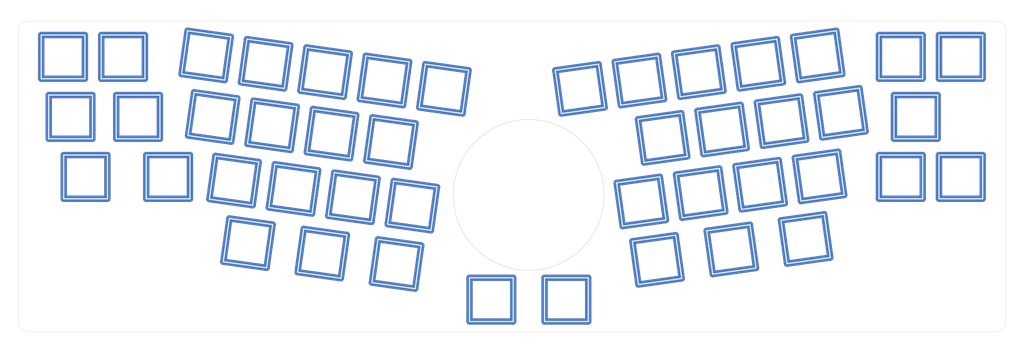
<source format=kicad_pcb>
(kicad_pcb (version 20171130) (host pcbnew 5.1.5+dfsg1-2build2)

  (general
    (thickness 1.6)
    (drawings 44)
    (tracks 0)
    (zones 0)
    (modules 61)
    (nets 1)
  )

  (page A3)
  (layers
    (0 F.Cu signal)
    (31 B.Cu signal)
    (32 B.Adhes user)
    (33 F.Adhes user)
    (34 B.Paste user)
    (35 F.Paste user)
    (36 B.SilkS user)
    (37 F.SilkS user)
    (38 B.Mask user)
    (39 F.Mask user)
    (40 Dwgs.User user)
    (41 Cmts.User user)
    (42 Eco1.User user)
    (43 Eco2.User user)
    (44 Edge.Cuts user)
    (45 Margin user)
    (46 B.CrtYd user)
    (47 F.CrtYd user)
    (48 B.Fab user)
    (49 F.Fab user)
  )

  (setup
    (last_trace_width 0.25)
    (user_trace_width 0.5)
    (user_trace_width 0.5)
    (trace_clearance 0.2)
    (zone_clearance 0.508)
    (zone_45_only no)
    (trace_min 0.2)
    (via_size 0.8)
    (via_drill 0.4)
    (via_min_size 0.4)
    (via_min_drill 0.3)
    (uvia_size 0.3)
    (uvia_drill 0.1)
    (uvias_allowed no)
    (uvia_min_size 0.2)
    (uvia_min_drill 0.1)
    (edge_width 0.1)
    (segment_width 0.2)
    (pcb_text_width 0.3)
    (pcb_text_size 1.5 1.5)
    (mod_edge_width 0.15)
    (mod_text_size 1 1)
    (mod_text_width 0.15)
    (pad_size 2.2 2.2)
    (pad_drill 2.2)
    (pad_to_mask_clearance 0)
    (solder_mask_min_width 0.25)
    (aux_axis_origin 171.45 19.05)
    (visible_elements 7FFFFFFF)
    (pcbplotparams
      (layerselection 0x010fc_ffffffff)
      (usegerberextensions true)
      (usegerberattributes false)
      (usegerberadvancedattributes false)
      (creategerberjobfile false)
      (excludeedgelayer true)
      (linewidth 0.100000)
      (plotframeref false)
      (viasonmask false)
      (mode 1)
      (useauxorigin false)
      (hpglpennumber 1)
      (hpglpenspeed 20)
      (hpglpendiameter 15.000000)
      (psnegative false)
      (psa4output false)
      (plotreference true)
      (plotvalue false)
      (plotinvisibletext false)
      (padsonsilk false)
      (subtractmaskfromsilk true)
      (outputformat 1)
      (mirror false)
      (drillshape 0)
      (scaleselection 1)
      (outputdirectory "./garber"))
  )

  (net 0 "")

  (net_class Default "これはデフォルトのネット クラスです。"
    (clearance 0.2)
    (trace_width 0.25)
    (via_dia 0.8)
    (via_drill 0.4)
    (uvia_dia 0.3)
    (uvia_drill 0.1)
  )

  (module MountingHole:MountingHole_2.2mm_M2 (layer F.Cu) (tedit 56D1B4CB) (tstamp 60A2FD88)
    (at 326.825 111.75)
    (descr "Mounting Hole 2.2mm, no annular, M2")
    (tags "mounting hole 2.2mm no annular m2")
    (path /5CC9EE92)
    (attr virtual)
    (fp_text reference J7 (at 0 -3.2) (layer F.Fab) hide
      (effects (font (size 1 1) (thickness 0.15)))
    )
    (fp_text value Conn_01x01 (at 0 3.2) (layer F.Fab) hide
      (effects (font (size 1 1) (thickness 0.15)))
    )
    (fp_circle (center 0 0) (end 2.45 0) (layer F.CrtYd) (width 0.05))
    (fp_circle (center 0 0) (end 2.2 0) (layer Cmts.User) (width 0.15))
    (fp_text user %R (at 0.3 0) (layer F.Fab) hide
      (effects (font (size 1 1) (thickness 0.15)))
    )
    (pad 1 np_thru_hole circle (at 0 0) (size 2.2 2.2) (drill 2.2) (layers *.Cu *.Mask))
  )

  (module MountingHole:MountingHole_2.2mm_M2 (layer F.Cu) (tedit 56D1B4CB) (tstamp 60A2FD82)
    (at 326.825 66.65)
    (descr "Mounting Hole 2.2mm, no annular, M2")
    (tags "mounting hole 2.2mm no annular m2")
    (path /5CC48CEB)
    (attr virtual)
    (fp_text reference J6 (at 0 -3.2) (layer F.Fab) hide
      (effects (font (size 1 1) (thickness 0.15)))
    )
    (fp_text value Conn_01x01 (at 0 3.2) (layer F.Fab) hide
      (effects (font (size 1 1) (thickness 0.15)))
    )
    (fp_circle (center 0 0) (end 2.45 0) (layer F.CrtYd) (width 0.05))
    (fp_circle (center 0 0) (end 2.2 0) (layer Cmts.User) (width 0.15))
    (fp_text user %R (at 0.3 0) (layer F.Fab) hide
      (effects (font (size 1 1) (thickness 0.15)))
    )
    (pad 1 np_thru_hole circle (at 0 0) (size 2.2 2.2) (drill 2.2) (layers *.Cu *.Mask))
  )

  (module MountingHole:MountingHole_2.2mm_M2 (layer F.Cu) (tedit 56D1B4CB) (tstamp 60A2FD7C)
    (at 326.825 21.55)
    (descr "Mounting Hole 2.2mm, no annular, M2")
    (tags "mounting hole 2.2mm no annular m2")
    (path /6291030E)
    (attr virtual)
    (fp_text reference J5 (at 0 -3.2) (layer F.Fab) hide
      (effects (font (size 1 1) (thickness 0.15)))
    )
    (fp_text value Conn_01x01 (at 0 3.2) (layer F.Fab) hide
      (effects (font (size 1 1) (thickness 0.15)))
    )
    (fp_circle (center 0 0) (end 2.45 0) (layer F.CrtYd) (width 0.05))
    (fp_circle (center 0 0) (end 2.2 0) (layer Cmts.User) (width 0.15))
    (fp_text user %R (at 0.3 0) (layer F.Fab) hide
      (effects (font (size 1 1) (thickness 0.15)))
    )
    (pad 1 np_thru_hole circle (at 0 0) (size 2.2 2.2) (drill 2.2) (layers *.Cu *.Mask))
  )

  (module MountingHole:MountingHole_2.2mm_M2 (layer F.Cu) (tedit 56D1B4CB) (tstamp 60A2FD76)
    (at 16.075 111.75)
    (descr "Mounting Hole 2.2mm, no annular, M2")
    (tags "mounting hole 2.2mm no annular m2")
    (path /629102F3)
    (attr virtual)
    (fp_text reference J4 (at 0 -3.2) (layer F.Fab) hide
      (effects (font (size 1 1) (thickness 0.15)))
    )
    (fp_text value Conn_01x01 (at 0 3.2) (layer F.Fab) hide
      (effects (font (size 1 1) (thickness 0.15)))
    )
    (fp_circle (center 0 0) (end 2.45 0) (layer F.CrtYd) (width 0.05))
    (fp_circle (center 0 0) (end 2.2 0) (layer Cmts.User) (width 0.15))
    (fp_text user %R (at 0.3 0) (layer F.Fab) hide
      (effects (font (size 1 1) (thickness 0.15)))
    )
    (pad 1 np_thru_hole circle (at 0 0) (size 2.2 2.2) (drill 2.2) (layers *.Cu *.Mask))
  )

  (module MountingHole:MountingHole_2.2mm_M2 (layer F.Cu) (tedit 56D1B4CB) (tstamp 60A2FD70)
    (at 16.075 66.65)
    (descr "Mounting Hole 2.2mm, no annular, M2")
    (tags "mounting hole 2.2mm no annular m2")
    (path /6454039C)
    (attr virtual)
    (fp_text reference J3 (at 0 -3.2) (layer F.Fab) hide
      (effects (font (size 1 1) (thickness 0.15)))
    )
    (fp_text value Conn_01x01 (at 0 3.2) (layer F.Fab) hide
      (effects (font (size 1 1) (thickness 0.15)))
    )
    (fp_circle (center 0 0) (end 2.45 0) (layer F.CrtYd) (width 0.05))
    (fp_circle (center 0 0) (end 2.2 0) (layer Cmts.User) (width 0.15))
    (fp_text user %R (at 0.3 0) (layer F.Fab) hide
      (effects (font (size 1 1) (thickness 0.15)))
    )
    (pad 1 np_thru_hole circle (at 0 0) (size 2.2 2.2) (drill 2.2) (layers *.Cu *.Mask))
  )

  (module MountingHole:MountingHole_2.2mm_M2 (layer F.Cu) (tedit 56D1B4CB) (tstamp 60A2FD6A)
    (at 16.075 21.55)
    (descr "Mounting Hole 2.2mm, no annular, M2")
    (tags "mounting hole 2.2mm no annular m2")
    (path /64540388)
    (attr virtual)
    (fp_text reference J2 (at 0 -3.2) (layer F.Fab) hide
      (effects (font (size 1 1) (thickness 0.15)))
    )
    (fp_text value Conn_01x01 (at 0 3.2) (layer F.Fab) hide
      (effects (font (size 1 1) (thickness 0.15)))
    )
    (fp_circle (center 0 0) (end 2.45 0) (layer F.CrtYd) (width 0.05))
    (fp_circle (center 0 0) (end 2.2 0) (layer Cmts.User) (width 0.15))
    (fp_text user %R (at 0.3 0) (layer F.Fab) hide
      (effects (font (size 1 1) (thickness 0.15)))
    )
    (pad 1 np_thru_hole circle (at 0 0) (size 2.2 2.2) (drill 2.2) (layers *.Cu *.Mask))
  )

  (module kbd_SW_Hole:SW_Hole_TH_1.25 (layer F.Cu) (tedit 60F191F7) (tstamp 60E45DBE)
    (at 264.887904 86.527645 8)
    (fp_text reference SW45 (at 7 8.1 8) (layer F.SilkS) hide
      (effects (font (size 1 1) (thickness 0.15)))
    )
    (fp_text value BackSpace (at -7.4 -8.1 8) (layer F.Fab) hide
      (effects (font (size 1 1) (thickness 0.15)))
    )
    (fp_line (start 11.90625 -9.525) (end -11.90625 -9.525) (layer F.Fab) (width 0.15))
    (fp_line (start -11.90625 -9.525) (end -11.90625 9.525) (layer F.Fab) (width 0.15))
    (fp_line (start -11.90625 9.525) (end 11.90625 9.525) (layer F.Fab) (width 0.15))
    (fp_line (start 11.90625 9.525) (end 11.90625 -9.525) (layer F.Fab) (width 0.15))
    (fp_line (start 7.05 -7.05) (end 7.05 7.05) (layer Edge.Cuts) (width 0.12))
    (fp_line (start -7.05 7.05) (end -7.05 -7.05) (layer Edge.Cuts) (width 0.12))
    (fp_line (start -7.05 -7.05) (end 7.05 -7.05) (layer Edge.Cuts) (width 0.12))
    (fp_line (start 7.05 7.05) (end -7.05 7.05) (layer Edge.Cuts) (width 0.12))
    (pad 1 thru_hole oval (at 0 -6.95 98) (size 2 15.9) (drill oval 0.3 14.2) (layers *.Cu *.Mask))
    (pad 1 thru_hole oval (at 0 6.95 98) (size 2 15.9) (drill oval 0.3 14.2) (layers *.Cu *.Mask))
    (pad 1 thru_hole oval (at -6.95 0 8) (size 2 15.9) (drill oval 0.3 14.2) (layers *.Cu *.Mask))
    (pad 1 thru_hole oval (at 6.95 0 8) (size 2 15.9) (drill oval 0.3 14.2) (layers *.Cu *.Mask))
  )

  (module kbd_SW_Hole:SW_Hole_TH_1.25 (layer F.Cu) (tedit 60F191F7) (tstamp 60E45DBE)
    (at 241.245254 89.850403 8)
    (fp_text reference SW44 (at 7 8.1 8) (layer F.SilkS) hide
      (effects (font (size 1 1) (thickness 0.15)))
    )
    (fp_text value TAB/Fn2 (at -7.4 -8.1 8) (layer F.Fab) hide
      (effects (font (size 1 1) (thickness 0.15)))
    )
    (fp_line (start 11.90625 -9.525) (end -11.90625 -9.525) (layer F.Fab) (width 0.15))
    (fp_line (start -11.90625 -9.525) (end -11.90625 9.525) (layer F.Fab) (width 0.15))
    (fp_line (start -11.90625 9.525) (end 11.90625 9.525) (layer F.Fab) (width 0.15))
    (fp_line (start 11.90625 9.525) (end 11.90625 -9.525) (layer F.Fab) (width 0.15))
    (fp_line (start 7.05 -7.05) (end 7.05 7.05) (layer Edge.Cuts) (width 0.12))
    (fp_line (start -7.05 7.05) (end -7.05 -7.05) (layer Edge.Cuts) (width 0.12))
    (fp_line (start -7.05 -7.05) (end 7.05 -7.05) (layer Edge.Cuts) (width 0.12))
    (fp_line (start 7.05 7.05) (end -7.05 7.05) (layer Edge.Cuts) (width 0.12))
    (pad 1 thru_hole oval (at 0 -6.95 98) (size 2 15.9) (drill oval 0.3 14.2) (layers *.Cu *.Mask))
    (pad 1 thru_hole oval (at 0 6.95 98) (size 2 15.9) (drill oval 0.3 14.2) (layers *.Cu *.Mask))
    (pad 1 thru_hole oval (at -6.95 0 8) (size 2 15.9) (drill oval 0.3 14.2) (layers *.Cu *.Mask))
    (pad 1 thru_hole oval (at 6.95 0 8) (size 2 15.9) (drill oval 0.3 14.2) (layers *.Cu *.Mask))
  )

  (module kbd_SW_Hole:SW_Hole_TH_1.25 (layer F.Cu) (tedit 60F191F7) (tstamp 60E45B8C)
    (at 217.602604 93.17316 8)
    (fp_text reference SW43 (at 7 8.1 8) (layer F.SilkS) hide
      (effects (font (size 1 1) (thickness 0.15)))
    )
    (fp_text value Enter (at -7.4 -8.1 8) (layer F.Fab) hide
      (effects (font (size 1 1) (thickness 0.15)))
    )
    (fp_line (start 11.90625 -9.525) (end -11.90625 -9.525) (layer F.Fab) (width 0.15))
    (fp_line (start -11.90625 -9.525) (end -11.90625 9.525) (layer F.Fab) (width 0.15))
    (fp_line (start -11.90625 9.525) (end 11.90625 9.525) (layer F.Fab) (width 0.15))
    (fp_line (start 11.90625 9.525) (end 11.90625 -9.525) (layer F.Fab) (width 0.15))
    (fp_line (start 7.05 -7.05) (end 7.05 7.05) (layer Edge.Cuts) (width 0.12))
    (fp_line (start -7.05 7.05) (end -7.05 -7.05) (layer Edge.Cuts) (width 0.12))
    (fp_line (start -7.05 -7.05) (end 7.05 -7.05) (layer Edge.Cuts) (width 0.12))
    (fp_line (start 7.05 7.05) (end -7.05 7.05) (layer Edge.Cuts) (width 0.12))
    (pad 1 thru_hole oval (at 0 -6.95 98) (size 2 15.9) (drill oval 0.3 14.2) (layers *.Cu *.Mask))
    (pad 1 thru_hole oval (at 0 6.95 98) (size 2 15.9) (drill oval 0.3 14.2) (layers *.Cu *.Mask))
    (pad 1 thru_hole oval (at -6.95 0 8) (size 2 15.9) (drill oval 0.3 14.2) (layers *.Cu *.Mask))
    (pad 1 thru_hole oval (at 6.95 0 8) (size 2 15.9) (drill oval 0.3 14.2) (layers *.Cu *.Mask))
  )

  (module kbd_SW_Hole:SW_Hole_TH_1.25 (layer F.Cu) (tedit 60F191F7) (tstamp 60E460A2)
    (at 188.7475 105.84)
    (fp_text reference SW42 (at 7 8.1) (layer F.SilkS) hide
      (effects (font (size 1 1) (thickness 0.15)))
    )
    (fp_text value R_Click (at -7.4 -8.1) (layer F.Fab) hide
      (effects (font (size 1 1) (thickness 0.15)))
    )
    (fp_line (start 11.90625 -9.525) (end -11.90625 -9.525) (layer F.Fab) (width 0.15))
    (fp_line (start -11.90625 -9.525) (end -11.90625 9.525) (layer F.Fab) (width 0.15))
    (fp_line (start -11.90625 9.525) (end 11.90625 9.525) (layer F.Fab) (width 0.15))
    (fp_line (start 11.90625 9.525) (end 11.90625 -9.525) (layer F.Fab) (width 0.15))
    (fp_line (start 7.05 -7.05) (end 7.05 7.05) (layer Edge.Cuts) (width 0.12))
    (fp_line (start -7.05 7.05) (end -7.05 -7.05) (layer Edge.Cuts) (width 0.12))
    (fp_line (start -7.05 -7.05) (end 7.05 -7.05) (layer Edge.Cuts) (width 0.12))
    (fp_line (start 7.05 7.05) (end -7.05 7.05) (layer Edge.Cuts) (width 0.12))
    (pad 1 thru_hole oval (at 0 -6.95 90) (size 2 15.9) (drill oval 0.3 14.2) (layers *.Cu *.Mask))
    (pad 1 thru_hole oval (at 0 6.95 90) (size 2 15.9) (drill oval 0.3 14.2) (layers *.Cu *.Mask))
    (pad 1 thru_hole oval (at -6.95 0) (size 2 15.9) (drill oval 0.3 14.2) (layers *.Cu *.Mask))
    (pad 1 thru_hole oval (at 6.95 0) (size 2 15.9) (drill oval 0.3 14.2) (layers *.Cu *.Mask))
  )

  (module kbd_SW_Hole:SW_Hole_TH_1.25 (layer F.Cu) (tedit 60F191F7) (tstamp 60E46115)
    (at 164.8725 105.84)
    (fp_text reference SW23 (at 7 8.1) (layer F.SilkS) hide
      (effects (font (size 1 1) (thickness 0.15)))
    )
    (fp_text value L_Click (at -7.4 -8.1) (layer F.Fab) hide
      (effects (font (size 1 1) (thickness 0.15)))
    )
    (fp_line (start 11.90625 -9.525) (end -11.90625 -9.525) (layer F.Fab) (width 0.15))
    (fp_line (start -11.90625 -9.525) (end -11.90625 9.525) (layer F.Fab) (width 0.15))
    (fp_line (start -11.90625 9.525) (end 11.90625 9.525) (layer F.Fab) (width 0.15))
    (fp_line (start 11.90625 9.525) (end 11.90625 -9.525) (layer F.Fab) (width 0.15))
    (fp_line (start 7.05 -7.05) (end 7.05 7.05) (layer Edge.Cuts) (width 0.12))
    (fp_line (start -7.05 7.05) (end -7.05 -7.05) (layer Edge.Cuts) (width 0.12))
    (fp_line (start -7.05 -7.05) (end 7.05 -7.05) (layer Edge.Cuts) (width 0.12))
    (fp_line (start 7.05 7.05) (end -7.05 7.05) (layer Edge.Cuts) (width 0.12))
    (pad 1 thru_hole oval (at 0 -6.95 90) (size 2 15.9) (drill oval 0.3 14.2) (layers *.Cu *.Mask))
    (pad 1 thru_hole oval (at 0 6.95 90) (size 2 15.9) (drill oval 0.3 14.2) (layers *.Cu *.Mask))
    (pad 1 thru_hole oval (at -6.95 0) (size 2 15.9) (drill oval 0.3 14.2) (layers *.Cu *.Mask))
    (pad 1 thru_hole oval (at 6.95 0) (size 2 15.9) (drill oval 0.3 14.2) (layers *.Cu *.Mask))
  )

  (module kbd_SW_Hole:SW_Hole_TH (layer F.Cu) (tedit 60E7B335) (tstamp 60E3E75B)
    (at 314.275 66.775)
    (path /5C3DCE96)
    (fp_text reference SW41 (at 7 8.1) (layer F.SilkS) hide
      (effects (font (size 1 1) (thickness 0.15)))
    )
    (fp_text value / (at -7.4 -8.1) (layer F.Fab) hide
      (effects (font (size 1 1) (thickness 0.15)))
    )
    (fp_line (start 9.525 -9.525) (end -9.525 -9.525) (layer F.Fab) (width 0.15))
    (fp_line (start -9.525 -9.525) (end -9.525 9.525) (layer F.Fab) (width 0.15))
    (fp_line (start -9.525 9.525) (end 9.525 9.525) (layer F.Fab) (width 0.15))
    (fp_line (start 9.525 9.525) (end 9.525 -9.525) (layer F.Fab) (width 0.15))
    (fp_line (start 7.05 -7.05) (end 7.05 7.05) (layer Edge.Cuts) (width 0.12))
    (fp_line (start -7.05 7.05) (end -7.05 -7.05) (layer Edge.Cuts) (width 0.12))
    (fp_line (start -7.05 -7.05) (end 7.05 -7.05) (layer Edge.Cuts) (width 0.12))
    (fp_line (start 7.05 7.05) (end -7.05 7.05) (layer Edge.Cuts) (width 0.12))
    (pad 1 thru_hole oval (at 0 -6.95 90) (size 2 15.9) (drill oval 0.3 14.2) (layers *.Cu *.Mask))
    (pad 1 thru_hole oval (at 0 6.95 90) (size 2 15.9) (drill oval 0.3 14.2) (layers *.Cu *.Mask))
    (pad 1 thru_hole oval (at -6.95 0) (size 2 15.9) (drill oval 0.3 14.2) (layers *.Cu *.Mask))
    (pad 1 thru_hole oval (at 6.95 0) (size 2 15.9) (drill oval 0.3 14.2) (layers *.Cu *.Mask))
  )

  (module kbd_SW_Hole:SW_Hole_TH (layer F.Cu) (tedit 60E7B335) (tstamp 60E3E75B)
    (at 295.175 66.775)
    (path /5C3DCE96)
    (fp_text reference SW40 (at 7 8.1) (layer F.SilkS) hide
      (effects (font (size 1 1) (thickness 0.15)))
    )
    (fp_text value . (at -7.4 -8.1) (layer F.Fab) hide
      (effects (font (size 1 1) (thickness 0.15)))
    )
    (fp_line (start 9.525 -9.525) (end -9.525 -9.525) (layer F.Fab) (width 0.15))
    (fp_line (start -9.525 -9.525) (end -9.525 9.525) (layer F.Fab) (width 0.15))
    (fp_line (start -9.525 9.525) (end 9.525 9.525) (layer F.Fab) (width 0.15))
    (fp_line (start 9.525 9.525) (end 9.525 -9.525) (layer F.Fab) (width 0.15))
    (fp_line (start 7.05 -7.05) (end 7.05 7.05) (layer Edge.Cuts) (width 0.12))
    (fp_line (start -7.05 7.05) (end -7.05 -7.05) (layer Edge.Cuts) (width 0.12))
    (fp_line (start -7.05 -7.05) (end 7.05 -7.05) (layer Edge.Cuts) (width 0.12))
    (fp_line (start 7.05 7.05) (end -7.05 7.05) (layer Edge.Cuts) (width 0.12))
    (pad 1 thru_hole oval (at 0 -6.95 90) (size 2 15.9) (drill oval 0.3 14.2) (layers *.Cu *.Mask))
    (pad 1 thru_hole oval (at 0 6.95 90) (size 2 15.9) (drill oval 0.3 14.2) (layers *.Cu *.Mask))
    (pad 1 thru_hole oval (at -6.95 0) (size 2 15.9) (drill oval 0.3 14.2) (layers *.Cu *.Mask))
    (pad 1 thru_hole oval (at 6.95 0) (size 2 15.9) (drill oval 0.3 14.2) (layers *.Cu *.Mask))
  )

  (module kbd_SW_Hole:SW_Hole_TH (layer F.Cu) (tedit 60E7B335) (tstamp 60E3E75B)
    (at 269.322493 66.616697 8)
    (path /5C3DCE96)
    (fp_text reference SW39 (at 7 8.1 8) (layer F.SilkS) hide
      (effects (font (size 1 1) (thickness 0.15)))
    )
    (fp_text value , (at -7.4 -8.1 8) (layer F.Fab) hide
      (effects (font (size 1 1) (thickness 0.15)))
    )
    (fp_line (start 9.525 -9.525) (end -9.525 -9.525) (layer F.Fab) (width 0.15))
    (fp_line (start -9.525 -9.525) (end -9.525 9.525) (layer F.Fab) (width 0.15))
    (fp_line (start -9.525 9.525) (end 9.525 9.525) (layer F.Fab) (width 0.15))
    (fp_line (start 9.525 9.525) (end 9.525 -9.525) (layer F.Fab) (width 0.15))
    (fp_line (start 7.05 -7.05) (end 7.05 7.05) (layer Edge.Cuts) (width 0.12))
    (fp_line (start -7.05 7.05) (end -7.05 -7.05) (layer Edge.Cuts) (width 0.12))
    (fp_line (start -7.05 -7.05) (end 7.05 -7.05) (layer Edge.Cuts) (width 0.12))
    (fp_line (start 7.05 7.05) (end -7.05 7.05) (layer Edge.Cuts) (width 0.12))
    (pad 1 thru_hole oval (at 0 -6.95 98) (size 2 15.9) (drill oval 0.3 14.2) (layers *.Cu *.Mask))
    (pad 1 thru_hole oval (at 0 6.95 98) (size 2 15.9) (drill oval 0.3 14.2) (layers *.Cu *.Mask))
    (pad 1 thru_hole oval (at -6.95 0 8) (size 2 15.9) (drill oval 0.3 14.2) (layers *.Cu *.Mask))
    (pad 1 thru_hole oval (at 6.95 0 8) (size 2 15.9) (drill oval 0.3 14.2) (layers *.Cu *.Mask))
  )

  (module kbd_SW_Hole:SW_Hole_TH (layer F.Cu) (tedit 60E7B335) (tstamp 60E3E75B)
    (at 250.408373 69.274904 8)
    (path /5C3DCE96)
    (fp_text reference SW38 (at 7 8.1 8) (layer F.SilkS) hide
      (effects (font (size 1 1) (thickness 0.15)))
    )
    (fp_text value M (at -7.4 -8.1 8) (layer F.Fab) hide
      (effects (font (size 1 1) (thickness 0.15)))
    )
    (fp_line (start 9.525 -9.525) (end -9.525 -9.525) (layer F.Fab) (width 0.15))
    (fp_line (start -9.525 -9.525) (end -9.525 9.525) (layer F.Fab) (width 0.15))
    (fp_line (start -9.525 9.525) (end 9.525 9.525) (layer F.Fab) (width 0.15))
    (fp_line (start 9.525 9.525) (end 9.525 -9.525) (layer F.Fab) (width 0.15))
    (fp_line (start 7.05 -7.05) (end 7.05 7.05) (layer Edge.Cuts) (width 0.12))
    (fp_line (start -7.05 7.05) (end -7.05 -7.05) (layer Edge.Cuts) (width 0.12))
    (fp_line (start -7.05 -7.05) (end 7.05 -7.05) (layer Edge.Cuts) (width 0.12))
    (fp_line (start 7.05 7.05) (end -7.05 7.05) (layer Edge.Cuts) (width 0.12))
    (pad 1 thru_hole oval (at 0 -6.95 98) (size 2 15.9) (drill oval 0.3 14.2) (layers *.Cu *.Mask))
    (pad 1 thru_hole oval (at 0 6.95 98) (size 2 15.9) (drill oval 0.3 14.2) (layers *.Cu *.Mask))
    (pad 1 thru_hole oval (at -6.95 0 8) (size 2 15.9) (drill oval 0.3 14.2) (layers *.Cu *.Mask))
    (pad 1 thru_hole oval (at 6.95 0 8) (size 2 15.9) (drill oval 0.3 14.2) (layers *.Cu *.Mask))
  )

  (module kbd_SW_Hole:SW_Hole_TH (layer F.Cu) (tedit 60E7B335) (tstamp 60E3E75B)
    (at 231.494253 71.93311 8)
    (path /5C3DCE96)
    (fp_text reference SW37 (at 7 8.1 8) (layer F.SilkS) hide
      (effects (font (size 1 1) (thickness 0.15)))
    )
    (fp_text value N (at -7.4 -8.1 8) (layer F.Fab) hide
      (effects (font (size 1 1) (thickness 0.15)))
    )
    (fp_line (start 9.525 -9.525) (end -9.525 -9.525) (layer F.Fab) (width 0.15))
    (fp_line (start -9.525 -9.525) (end -9.525 9.525) (layer F.Fab) (width 0.15))
    (fp_line (start -9.525 9.525) (end 9.525 9.525) (layer F.Fab) (width 0.15))
    (fp_line (start 9.525 9.525) (end 9.525 -9.525) (layer F.Fab) (width 0.15))
    (fp_line (start 7.05 -7.05) (end 7.05 7.05) (layer Edge.Cuts) (width 0.12))
    (fp_line (start -7.05 7.05) (end -7.05 -7.05) (layer Edge.Cuts) (width 0.12))
    (fp_line (start -7.05 -7.05) (end 7.05 -7.05) (layer Edge.Cuts) (width 0.12))
    (fp_line (start 7.05 7.05) (end -7.05 7.05) (layer Edge.Cuts) (width 0.12))
    (pad 1 thru_hole oval (at 0 -6.95 98) (size 2 15.9) (drill oval 0.3 14.2) (layers *.Cu *.Mask))
    (pad 1 thru_hole oval (at 0 6.95 98) (size 2 15.9) (drill oval 0.3 14.2) (layers *.Cu *.Mask))
    (pad 1 thru_hole oval (at -6.95 0 8) (size 2 15.9) (drill oval 0.3 14.2) (layers *.Cu *.Mask))
    (pad 1 thru_hole oval (at 6.95 0 8) (size 2 15.9) (drill oval 0.3 14.2) (layers *.Cu *.Mask))
  )

  (module kbd_SW_Hole:SW_Hole_TH (layer F.Cu) (tedit 60E7B335) (tstamp 60E3E75B)
    (at 212.580133 74.591316 8)
    (path /5C3DCE96)
    (fp_text reference SW36 (at 7 8.1 8) (layer F.SilkS) hide
      (effects (font (size 1 1) (thickness 0.15)))
    )
    (fp_text value ' (at -7.4 -8.1 8) (layer F.Fab) hide
      (effects (font (size 1 1) (thickness 0.15)))
    )
    (fp_line (start 9.525 -9.525) (end -9.525 -9.525) (layer F.Fab) (width 0.15))
    (fp_line (start -9.525 -9.525) (end -9.525 9.525) (layer F.Fab) (width 0.15))
    (fp_line (start -9.525 9.525) (end 9.525 9.525) (layer F.Fab) (width 0.15))
    (fp_line (start 9.525 9.525) (end 9.525 -9.525) (layer F.Fab) (width 0.15))
    (fp_line (start 7.05 -7.05) (end 7.05 7.05) (layer Edge.Cuts) (width 0.12))
    (fp_line (start -7.05 7.05) (end -7.05 -7.05) (layer Edge.Cuts) (width 0.12))
    (fp_line (start -7.05 -7.05) (end 7.05 -7.05) (layer Edge.Cuts) (width 0.12))
    (fp_line (start 7.05 7.05) (end -7.05 7.05) (layer Edge.Cuts) (width 0.12))
    (pad 1 thru_hole oval (at 0 -6.95 98) (size 2 15.9) (drill oval 0.3 14.2) (layers *.Cu *.Mask))
    (pad 1 thru_hole oval (at 0 6.95 98) (size 2 15.9) (drill oval 0.3 14.2) (layers *.Cu *.Mask))
    (pad 1 thru_hole oval (at -6.95 0 8) (size 2 15.9) (drill oval 0.3 14.2) (layers *.Cu *.Mask))
    (pad 1 thru_hole oval (at 6.95 0 8) (size 2 15.9) (drill oval 0.3 14.2) (layers *.Cu *.Mask))
  )

  (module kbd_SW_Hole:SW_Hole_TH (layer F.Cu) (tedit 60E7B335) (tstamp 60E3E75B)
    (at 299.95 47.675)
    (path /5C3DCE96)
    (fp_text reference SW35 (at 7 8.1) (layer F.SilkS) hide
      (effects (font (size 1 1) (thickness 0.15)))
    )
    (fp_text value ; (at -7.4 -8.1) (layer F.Fab) hide
      (effects (font (size 1 1) (thickness 0.15)))
    )
    (fp_line (start 9.525 -9.525) (end -9.525 -9.525) (layer F.Fab) (width 0.15))
    (fp_line (start -9.525 -9.525) (end -9.525 9.525) (layer F.Fab) (width 0.15))
    (fp_line (start -9.525 9.525) (end 9.525 9.525) (layer F.Fab) (width 0.15))
    (fp_line (start 9.525 9.525) (end 9.525 -9.525) (layer F.Fab) (width 0.15))
    (fp_line (start 7.05 -7.05) (end 7.05 7.05) (layer Edge.Cuts) (width 0.12))
    (fp_line (start -7.05 7.05) (end -7.05 -7.05) (layer Edge.Cuts) (width 0.12))
    (fp_line (start -7.05 -7.05) (end 7.05 -7.05) (layer Edge.Cuts) (width 0.12))
    (fp_line (start 7.05 7.05) (end -7.05 7.05) (layer Edge.Cuts) (width 0.12))
    (pad 1 thru_hole oval (at 0 -6.95 90) (size 2 15.9) (drill oval 0.3 14.2) (layers *.Cu *.Mask))
    (pad 1 thru_hole oval (at 0 6.95 90) (size 2 15.9) (drill oval 0.3 14.2) (layers *.Cu *.Mask))
    (pad 1 thru_hole oval (at -6.95 0) (size 2 15.9) (drill oval 0.3 14.2) (layers *.Cu *.Mask))
    (pad 1 thru_hole oval (at 6.95 0) (size 2 15.9) (drill oval 0.3 14.2) (layers *.Cu *.Mask))
  )

  (module kbd_SW_Hole:SW_Hole_TH (layer F.Cu) (tedit 60E7B335) (tstamp 60E3E75B)
    (at 276.121347 46.373474 8)
    (path /5C3DCE96)
    (fp_text reference SW34 (at 7 8.1 8) (layer F.SilkS) hide
      (effects (font (size 1 1) (thickness 0.15)))
    )
    (fp_text value L (at -7.4 -8.1 8) (layer F.Fab) hide
      (effects (font (size 1 1) (thickness 0.15)))
    )
    (fp_line (start 9.525 -9.525) (end -9.525 -9.525) (layer F.Fab) (width 0.15))
    (fp_line (start -9.525 -9.525) (end -9.525 9.525) (layer F.Fab) (width 0.15))
    (fp_line (start -9.525 9.525) (end 9.525 9.525) (layer F.Fab) (width 0.15))
    (fp_line (start 9.525 9.525) (end 9.525 -9.525) (layer F.Fab) (width 0.15))
    (fp_line (start 7.05 -7.05) (end 7.05 7.05) (layer Edge.Cuts) (width 0.12))
    (fp_line (start -7.05 7.05) (end -7.05 -7.05) (layer Edge.Cuts) (width 0.12))
    (fp_line (start -7.05 -7.05) (end 7.05 -7.05) (layer Edge.Cuts) (width 0.12))
    (fp_line (start 7.05 7.05) (end -7.05 7.05) (layer Edge.Cuts) (width 0.12))
    (pad 1 thru_hole oval (at 0 -6.95 98) (size 2 15.9) (drill oval 0.3 14.2) (layers *.Cu *.Mask))
    (pad 1 thru_hole oval (at 0 6.95 98) (size 2 15.9) (drill oval 0.3 14.2) (layers *.Cu *.Mask))
    (pad 1 thru_hole oval (at -6.95 0 8) (size 2 15.9) (drill oval 0.3 14.2) (layers *.Cu *.Mask))
    (pad 1 thru_hole oval (at 6.95 0 8) (size 2 15.9) (drill oval 0.3 14.2) (layers *.Cu *.Mask))
  )

  (module kbd_SW_Hole:SW_Hole_TH (layer F.Cu) (tedit 60E7B335) (tstamp 60E3E75B)
    (at 257.207227 49.03168 8)
    (path /5C3DCE96)
    (fp_text reference SW33 (at 7 8.1 8) (layer F.SilkS) hide
      (effects (font (size 1 1) (thickness 0.15)))
    )
    (fp_text value K (at -7.4 -8.1 8) (layer F.Fab) hide
      (effects (font (size 1 1) (thickness 0.15)))
    )
    (fp_line (start 9.525 -9.525) (end -9.525 -9.525) (layer F.Fab) (width 0.15))
    (fp_line (start -9.525 -9.525) (end -9.525 9.525) (layer F.Fab) (width 0.15))
    (fp_line (start -9.525 9.525) (end 9.525 9.525) (layer F.Fab) (width 0.15))
    (fp_line (start 9.525 9.525) (end 9.525 -9.525) (layer F.Fab) (width 0.15))
    (fp_line (start 7.05 -7.05) (end 7.05 7.05) (layer Edge.Cuts) (width 0.12))
    (fp_line (start -7.05 7.05) (end -7.05 -7.05) (layer Edge.Cuts) (width 0.12))
    (fp_line (start -7.05 -7.05) (end 7.05 -7.05) (layer Edge.Cuts) (width 0.12))
    (fp_line (start 7.05 7.05) (end -7.05 7.05) (layer Edge.Cuts) (width 0.12))
    (pad 1 thru_hole oval (at 0 -6.95 98) (size 2 15.9) (drill oval 0.3 14.2) (layers *.Cu *.Mask))
    (pad 1 thru_hole oval (at 0 6.95 98) (size 2 15.9) (drill oval 0.3 14.2) (layers *.Cu *.Mask))
    (pad 1 thru_hole oval (at -6.95 0 8) (size 2 15.9) (drill oval 0.3 14.2) (layers *.Cu *.Mask))
    (pad 1 thru_hole oval (at 6.95 0 8) (size 2 15.9) (drill oval 0.3 14.2) (layers *.Cu *.Mask))
  )

  (module kbd_SW_Hole:SW_Hole_TH (layer F.Cu) (tedit 60E7B335) (tstamp 60E3E75B)
    (at 238.293107 51.689887 8)
    (path /5C3DCE96)
    (fp_text reference SW32 (at 7 8.1 8) (layer F.SilkS) hide
      (effects (font (size 1 1) (thickness 0.15)))
    )
    (fp_text value J (at -7.4 -8.1 8) (layer F.Fab) hide
      (effects (font (size 1 1) (thickness 0.15)))
    )
    (fp_line (start 9.525 -9.525) (end -9.525 -9.525) (layer F.Fab) (width 0.15))
    (fp_line (start -9.525 -9.525) (end -9.525 9.525) (layer F.Fab) (width 0.15))
    (fp_line (start -9.525 9.525) (end 9.525 9.525) (layer F.Fab) (width 0.15))
    (fp_line (start 9.525 9.525) (end 9.525 -9.525) (layer F.Fab) (width 0.15))
    (fp_line (start 7.05 -7.05) (end 7.05 7.05) (layer Edge.Cuts) (width 0.12))
    (fp_line (start -7.05 7.05) (end -7.05 -7.05) (layer Edge.Cuts) (width 0.12))
    (fp_line (start -7.05 -7.05) (end 7.05 -7.05) (layer Edge.Cuts) (width 0.12))
    (fp_line (start 7.05 7.05) (end -7.05 7.05) (layer Edge.Cuts) (width 0.12))
    (pad 1 thru_hole oval (at 0 -6.95 98) (size 2 15.9) (drill oval 0.3 14.2) (layers *.Cu *.Mask))
    (pad 1 thru_hole oval (at 0 6.95 98) (size 2 15.9) (drill oval 0.3 14.2) (layers *.Cu *.Mask))
    (pad 1 thru_hole oval (at -6.95 0 8) (size 2 15.9) (drill oval 0.3 14.2) (layers *.Cu *.Mask))
    (pad 1 thru_hole oval (at 6.95 0 8) (size 2 15.9) (drill oval 0.3 14.2) (layers *.Cu *.Mask))
  )

  (module kbd_SW_Hole:SW_Hole_TH (layer F.Cu) (tedit 60E7B335) (tstamp 60E3E75B)
    (at 219.378987 54.348093 8)
    (path /5C3DCE96)
    (fp_text reference SW31 (at 7 8.1 8) (layer F.SilkS) hide
      (effects (font (size 1 1) (thickness 0.15)))
    )
    (fp_text value H (at -7.4 -8.1 8) (layer F.Fab) hide
      (effects (font (size 1 1) (thickness 0.15)))
    )
    (fp_line (start 9.525 -9.525) (end -9.525 -9.525) (layer F.Fab) (width 0.15))
    (fp_line (start -9.525 -9.525) (end -9.525 9.525) (layer F.Fab) (width 0.15))
    (fp_line (start -9.525 9.525) (end 9.525 9.525) (layer F.Fab) (width 0.15))
    (fp_line (start 9.525 9.525) (end 9.525 -9.525) (layer F.Fab) (width 0.15))
    (fp_line (start 7.05 -7.05) (end 7.05 7.05) (layer Edge.Cuts) (width 0.12))
    (fp_line (start -7.05 7.05) (end -7.05 -7.05) (layer Edge.Cuts) (width 0.12))
    (fp_line (start -7.05 -7.05) (end 7.05 -7.05) (layer Edge.Cuts) (width 0.12))
    (fp_line (start 7.05 7.05) (end -7.05 7.05) (layer Edge.Cuts) (width 0.12))
    (pad 1 thru_hole oval (at 0 -6.95 98) (size 2 15.9) (drill oval 0.3 14.2) (layers *.Cu *.Mask))
    (pad 1 thru_hole oval (at 0 6.95 98) (size 2 15.9) (drill oval 0.3 14.2) (layers *.Cu *.Mask))
    (pad 1 thru_hole oval (at -6.95 0 8) (size 2 15.9) (drill oval 0.3 14.2) (layers *.Cu *.Mask))
    (pad 1 thru_hole oval (at 6.95 0 8) (size 2 15.9) (drill oval 0.3 14.2) (layers *.Cu *.Mask))
  )

  (module kbd_SW_Hole:SW_Hole_TH (layer F.Cu) (tedit 60E7B335) (tstamp 60A2982A)
    (at 314.275 28.575)
    (path /5C3DCE96)
    (fp_text reference SW30 (at 7 8.1) (layer F.SilkS) hide
      (effects (font (size 1 1) (thickness 0.15)))
    )
    (fp_text value - (at -7.4 -8.1) (layer F.Fab) hide
      (effects (font (size 1 1) (thickness 0.15)))
    )
    (fp_line (start 9.525 -9.525) (end -9.525 -9.525) (layer F.Fab) (width 0.15))
    (fp_line (start -9.525 -9.525) (end -9.525 9.525) (layer F.Fab) (width 0.15))
    (fp_line (start -9.525 9.525) (end 9.525 9.525) (layer F.Fab) (width 0.15))
    (fp_line (start 9.525 9.525) (end 9.525 -9.525) (layer F.Fab) (width 0.15))
    (fp_line (start 7.05 -7.05) (end 7.05 7.05) (layer Edge.Cuts) (width 0.12))
    (fp_line (start -7.05 7.05) (end -7.05 -7.05) (layer Edge.Cuts) (width 0.12))
    (fp_line (start -7.05 -7.05) (end 7.05 -7.05) (layer Edge.Cuts) (width 0.12))
    (fp_line (start 7.05 7.05) (end -7.05 7.05) (layer Edge.Cuts) (width 0.12))
    (pad 1 thru_hole oval (at 0 -6.95 90) (size 2 15.9) (drill oval 0.3 14.2) (layers *.Cu *.Mask))
    (pad 1 thru_hole oval (at 0 6.95 90) (size 2 15.9) (drill oval 0.3 14.2) (layers *.Cu *.Mask))
    (pad 1 thru_hole oval (at -6.95 0) (size 2 15.9) (drill oval 0.3 14.2) (layers *.Cu *.Mask))
    (pad 1 thru_hole oval (at 6.95 0) (size 2 15.9) (drill oval 0.3 14.2) (layers *.Cu *.Mask))
  )

  (module kbd_SW_Hole:SW_Hole_TH (layer F.Cu) (tedit 60E7B335) (tstamp 60E3E75B)
    (at 295.175 28.575)
    (path /5C3DCE96)
    (fp_text reference SW29 (at 7 8.1) (layer F.SilkS) hide
      (effects (font (size 1 1) (thickness 0.15)))
    )
    (fp_text value P (at -7.4 -8.1) (layer F.Fab) hide
      (effects (font (size 1 1) (thickness 0.15)))
    )
    (fp_line (start 9.525 -9.525) (end -9.525 -9.525) (layer F.Fab) (width 0.15))
    (fp_line (start -9.525 -9.525) (end -9.525 9.525) (layer F.Fab) (width 0.15))
    (fp_line (start -9.525 9.525) (end 9.525 9.525) (layer F.Fab) (width 0.15))
    (fp_line (start 9.525 9.525) (end 9.525 -9.525) (layer F.Fab) (width 0.15))
    (fp_line (start 7.05 -7.05) (end 7.05 7.05) (layer Edge.Cuts) (width 0.12))
    (fp_line (start -7.05 7.05) (end -7.05 -7.05) (layer Edge.Cuts) (width 0.12))
    (fp_line (start -7.05 -7.05) (end 7.05 -7.05) (layer Edge.Cuts) (width 0.12))
    (fp_line (start 7.05 7.05) (end -7.05 7.05) (layer Edge.Cuts) (width 0.12))
    (pad 1 thru_hole oval (at 0 -6.95 90) (size 2 15.9) (drill oval 0.3 14.2) (layers *.Cu *.Mask))
    (pad 1 thru_hole oval (at 0 6.95 90) (size 2 15.9) (drill oval 0.3 14.2) (layers *.Cu *.Mask))
    (pad 1 thru_hole oval (at -6.95 0) (size 2 15.9) (drill oval 0.3 14.2) (layers *.Cu *.Mask))
    (pad 1 thru_hole oval (at 6.95 0) (size 2 15.9) (drill oval 0.3 14.2) (layers *.Cu *.Mask))
  )

  (module kbd_SW_Hole:SW_Hole_TH (layer F.Cu) (tedit 60E7B335) (tstamp 60E3E75B)
    (at 268.734611 28.123906 8)
    (path /5C3DCE96)
    (fp_text reference SW28 (at 7 8.1 8) (layer F.SilkS) hide
      (effects (font (size 1 1) (thickness 0.15)))
    )
    (fp_text value O (at -7.4 -8.1 8) (layer F.Fab) hide
      (effects (font (size 1 1) (thickness 0.15)))
    )
    (fp_line (start 9.525 -9.525) (end -9.525 -9.525) (layer F.Fab) (width 0.15))
    (fp_line (start -9.525 -9.525) (end -9.525 9.525) (layer F.Fab) (width 0.15))
    (fp_line (start -9.525 9.525) (end 9.525 9.525) (layer F.Fab) (width 0.15))
    (fp_line (start 9.525 9.525) (end 9.525 -9.525) (layer F.Fab) (width 0.15))
    (fp_line (start 7.05 -7.05) (end 7.05 7.05) (layer Edge.Cuts) (width 0.12))
    (fp_line (start -7.05 7.05) (end -7.05 -7.05) (layer Edge.Cuts) (width 0.12))
    (fp_line (start -7.05 -7.05) (end 7.05 -7.05) (layer Edge.Cuts) (width 0.12))
    (fp_line (start 7.05 7.05) (end -7.05 7.05) (layer Edge.Cuts) (width 0.12))
    (pad 1 thru_hole oval (at 0 -6.95 98) (size 2 15.9) (drill oval 0.3 14.2) (layers *.Cu *.Mask))
    (pad 1 thru_hole oval (at 0 6.95 98) (size 2 15.9) (drill oval 0.3 14.2) (layers *.Cu *.Mask))
    (pad 1 thru_hole oval (at -6.95 0 8) (size 2 15.9) (drill oval 0.3 14.2) (layers *.Cu *.Mask))
    (pad 1 thru_hole oval (at 6.95 0 8) (size 2 15.9) (drill oval 0.3 14.2) (layers *.Cu *.Mask))
  )

  (module kbd_SW_Hole:SW_Hole_TH (layer F.Cu) (tedit 60E7B335) (tstamp 60E3E75B)
    (at 249.820491 30.782112 8)
    (path /5C3DCE96)
    (fp_text reference SW27 (at 7 8.1 8) (layer F.SilkS) hide
      (effects (font (size 1 1) (thickness 0.15)))
    )
    (fp_text value I (at -7.4 -8.1 8) (layer F.Fab) hide
      (effects (font (size 1 1) (thickness 0.15)))
    )
    (fp_line (start 9.525 -9.525) (end -9.525 -9.525) (layer F.Fab) (width 0.15))
    (fp_line (start -9.525 -9.525) (end -9.525 9.525) (layer F.Fab) (width 0.15))
    (fp_line (start -9.525 9.525) (end 9.525 9.525) (layer F.Fab) (width 0.15))
    (fp_line (start 9.525 9.525) (end 9.525 -9.525) (layer F.Fab) (width 0.15))
    (fp_line (start 7.05 -7.05) (end 7.05 7.05) (layer Edge.Cuts) (width 0.12))
    (fp_line (start -7.05 7.05) (end -7.05 -7.05) (layer Edge.Cuts) (width 0.12))
    (fp_line (start -7.05 -7.05) (end 7.05 -7.05) (layer Edge.Cuts) (width 0.12))
    (fp_line (start 7.05 7.05) (end -7.05 7.05) (layer Edge.Cuts) (width 0.12))
    (pad 1 thru_hole oval (at 0 -6.95 98) (size 2 15.9) (drill oval 0.3 14.2) (layers *.Cu *.Mask))
    (pad 1 thru_hole oval (at 0 6.95 98) (size 2 15.9) (drill oval 0.3 14.2) (layers *.Cu *.Mask))
    (pad 1 thru_hole oval (at -6.95 0 8) (size 2 15.9) (drill oval 0.3 14.2) (layers *.Cu *.Mask))
    (pad 1 thru_hole oval (at 6.95 0 8) (size 2 15.9) (drill oval 0.3 14.2) (layers *.Cu *.Mask))
  )

  (module kbd_SW_Hole:SW_Hole_TH (layer F.Cu) (tedit 60E7B335) (tstamp 60E3E75B)
    (at 230.906371 33.440318 8)
    (path /5C3DCE96)
    (fp_text reference SW26 (at 7 8.1 8) (layer F.SilkS) hide
      (effects (font (size 1 1) (thickness 0.15)))
    )
    (fp_text value U (at -7.4 -8.1 8) (layer F.Fab) hide
      (effects (font (size 1 1) (thickness 0.15)))
    )
    (fp_line (start 9.525 -9.525) (end -9.525 -9.525) (layer F.Fab) (width 0.15))
    (fp_line (start -9.525 -9.525) (end -9.525 9.525) (layer F.Fab) (width 0.15))
    (fp_line (start -9.525 9.525) (end 9.525 9.525) (layer F.Fab) (width 0.15))
    (fp_line (start 9.525 9.525) (end 9.525 -9.525) (layer F.Fab) (width 0.15))
    (fp_line (start 7.05 -7.05) (end 7.05 7.05) (layer Edge.Cuts) (width 0.12))
    (fp_line (start -7.05 7.05) (end -7.05 -7.05) (layer Edge.Cuts) (width 0.12))
    (fp_line (start -7.05 -7.05) (end 7.05 -7.05) (layer Edge.Cuts) (width 0.12))
    (fp_line (start 7.05 7.05) (end -7.05 7.05) (layer Edge.Cuts) (width 0.12))
    (pad 1 thru_hole oval (at 0 -6.95 98) (size 2 15.9) (drill oval 0.3 14.2) (layers *.Cu *.Mask))
    (pad 1 thru_hole oval (at 0 6.95 98) (size 2 15.9) (drill oval 0.3 14.2) (layers *.Cu *.Mask))
    (pad 1 thru_hole oval (at -6.95 0 8) (size 2 15.9) (drill oval 0.3 14.2) (layers *.Cu *.Mask))
    (pad 1 thru_hole oval (at 6.95 0 8) (size 2 15.9) (drill oval 0.3 14.2) (layers *.Cu *.Mask))
  )

  (module kbd_SW_Hole:SW_Hole_TH (layer F.Cu) (tedit 60E7B335) (tstamp 60E3E75B)
    (at 211.99225 36.098524 8)
    (path /5C3DCE96)
    (fp_text reference SW25 (at 7 8.1 8) (layer F.SilkS) hide
      (effects (font (size 1 1) (thickness 0.15)))
    )
    (fp_text value Y (at -7.4 -8.1 8) (layer F.Fab) hide
      (effects (font (size 1 1) (thickness 0.15)))
    )
    (fp_line (start 9.525 -9.525) (end -9.525 -9.525) (layer F.Fab) (width 0.15))
    (fp_line (start -9.525 -9.525) (end -9.525 9.525) (layer F.Fab) (width 0.15))
    (fp_line (start -9.525 9.525) (end 9.525 9.525) (layer F.Fab) (width 0.15))
    (fp_line (start 9.525 9.525) (end 9.525 -9.525) (layer F.Fab) (width 0.15))
    (fp_line (start 7.05 -7.05) (end 7.05 7.05) (layer Edge.Cuts) (width 0.12))
    (fp_line (start -7.05 7.05) (end -7.05 -7.05) (layer Edge.Cuts) (width 0.12))
    (fp_line (start -7.05 -7.05) (end 7.05 -7.05) (layer Edge.Cuts) (width 0.12))
    (fp_line (start 7.05 7.05) (end -7.05 7.05) (layer Edge.Cuts) (width 0.12))
    (pad 1 thru_hole oval (at 0 -6.95 98) (size 2 15.9) (drill oval 0.3 14.2) (layers *.Cu *.Mask))
    (pad 1 thru_hole oval (at 0 6.95 98) (size 2 15.9) (drill oval 0.3 14.2) (layers *.Cu *.Mask))
    (pad 1 thru_hole oval (at -6.95 0 8) (size 2 15.9) (drill oval 0.3 14.2) (layers *.Cu *.Mask))
    (pad 1 thru_hole oval (at 6.95 0 8) (size 2 15.9) (drill oval 0.3 14.2) (layers *.Cu *.Mask))
  )

  (module kbd_SW_Hole:SW_Hole_TH (layer F.Cu) (tedit 60E7B335) (tstamp 60E3E75B)
    (at 193.07813 38.756731 8)
    (path /5C3DCE96)
    (fp_text reference SW24 (at 7 8.1 8) (layer F.SilkS) hide
      (effects (font (size 1 1) (thickness 0.15)))
    )
    (fp_text value ] (at -7.4 -8.1 8) (layer F.Fab) hide
      (effects (font (size 1 1) (thickness 0.15)))
    )
    (fp_line (start 9.525 -9.525) (end -9.525 -9.525) (layer F.Fab) (width 0.15))
    (fp_line (start -9.525 -9.525) (end -9.525 9.525) (layer F.Fab) (width 0.15))
    (fp_line (start -9.525 9.525) (end 9.525 9.525) (layer F.Fab) (width 0.15))
    (fp_line (start 9.525 9.525) (end 9.525 -9.525) (layer F.Fab) (width 0.15))
    (fp_line (start 7.05 -7.05) (end 7.05 7.05) (layer Edge.Cuts) (width 0.12))
    (fp_line (start -7.05 7.05) (end -7.05 -7.05) (layer Edge.Cuts) (width 0.12))
    (fp_line (start -7.05 -7.05) (end 7.05 -7.05) (layer Edge.Cuts) (width 0.12))
    (fp_line (start 7.05 7.05) (end -7.05 7.05) (layer Edge.Cuts) (width 0.12))
    (pad 1 thru_hole oval (at 0 -6.95 98) (size 2 15.9) (drill oval 0.3 14.2) (layers *.Cu *.Mask))
    (pad 1 thru_hole oval (at 0 6.95 98) (size 2 15.9) (drill oval 0.3 14.2) (layers *.Cu *.Mask))
    (pad 1 thru_hole oval (at -6.95 0 8) (size 2 15.9) (drill oval 0.3 14.2) (layers *.Cu *.Mask))
    (pad 1 thru_hole oval (at 6.95 0 8) (size 2 15.9) (drill oval 0.3 14.2) (layers *.Cu *.Mask))
  )

  (module kbd_SW_Hole:SW_Hole_TH_1.25 (layer F.Cu) (tedit 60F191F7) (tstamp 60E4589B)
    (at 134.704943 94.495305 352)
    (fp_text reference SW22 (at 7 8.1 172) (layer F.SilkS) hide
      (effects (font (size 1 1) (thickness 0.15)))
    )
    (fp_text value Space (at -7.4 -8.1 172) (layer F.Fab) hide
      (effects (font (size 1 1) (thickness 0.15)))
    )
    (fp_line (start 11.90625 -9.525) (end -11.90625 -9.525) (layer F.Fab) (width 0.15))
    (fp_line (start -11.90625 -9.525) (end -11.90625 9.525) (layer F.Fab) (width 0.15))
    (fp_line (start -11.90625 9.525) (end 11.90625 9.525) (layer F.Fab) (width 0.15))
    (fp_line (start 11.90625 9.525) (end 11.90625 -9.525) (layer F.Fab) (width 0.15))
    (fp_line (start 7.05 -7.05) (end 7.05 7.05) (layer Edge.Cuts) (width 0.12))
    (fp_line (start -7.05 7.05) (end -7.05 -7.05) (layer Edge.Cuts) (width 0.12))
    (fp_line (start -7.05 -7.05) (end 7.05 -7.05) (layer Edge.Cuts) (width 0.12))
    (fp_line (start 7.05 7.05) (end -7.05 7.05) (layer Edge.Cuts) (width 0.12))
    (pad 1 thru_hole oval (at 0 -6.95 82) (size 2 15.9) (drill oval 0.3 14.2) (layers *.Cu *.Mask))
    (pad 1 thru_hole oval (at 0 6.95 82) (size 2 15.9) (drill oval 0.3 14.2) (layers *.Cu *.Mask))
    (pad 1 thru_hole oval (at -6.95 0 352) (size 2 15.9) (drill oval 0.3 14.2) (layers *.Cu *.Mask))
    (pad 1 thru_hole oval (at 6.95 0 352) (size 2 15.9) (drill oval 0.3 14.2) (layers *.Cu *.Mask))
  )

  (module kbd_SW_Hole:SW_Hole_TH_1.25 (layer F.Cu) (tedit 60F191F7) (tstamp 60E45AAF)
    (at 111.062292 91.172547 352)
    (fp_text reference SW21 (at 7 8.1 172) (layer F.SilkS) hide
      (effects (font (size 1 1) (thickness 0.15)))
    )
    (fp_text value Fn1 (at -7.4 -8.1 172) (layer F.Fab) hide
      (effects (font (size 1 1) (thickness 0.15)))
    )
    (fp_line (start 11.90625 -9.525) (end -11.90625 -9.525) (layer F.Fab) (width 0.15))
    (fp_line (start -11.90625 -9.525) (end -11.90625 9.525) (layer F.Fab) (width 0.15))
    (fp_line (start -11.90625 9.525) (end 11.90625 9.525) (layer F.Fab) (width 0.15))
    (fp_line (start 11.90625 9.525) (end 11.90625 -9.525) (layer F.Fab) (width 0.15))
    (fp_line (start 7.05 -7.05) (end 7.05 7.05) (layer Edge.Cuts) (width 0.12))
    (fp_line (start -7.05 7.05) (end -7.05 -7.05) (layer Edge.Cuts) (width 0.12))
    (fp_line (start -7.05 -7.05) (end 7.05 -7.05) (layer Edge.Cuts) (width 0.12))
    (fp_line (start 7.05 7.05) (end -7.05 7.05) (layer Edge.Cuts) (width 0.12))
    (pad 1 thru_hole oval (at 0 -6.95 82) (size 2 15.9) (drill oval 0.3 14.2) (layers *.Cu *.Mask))
    (pad 1 thru_hole oval (at 0 6.95 82) (size 2 15.9) (drill oval 0.3 14.2) (layers *.Cu *.Mask))
    (pad 1 thru_hole oval (at -6.95 0 352) (size 2 15.9) (drill oval 0.3 14.2) (layers *.Cu *.Mask))
    (pad 1 thru_hole oval (at 6.95 0 352) (size 2 15.9) (drill oval 0.3 14.2) (layers *.Cu *.Mask))
  )

  (module kbd_SW_Hole:SW_Hole_TH (layer F.Cu) (tedit 60E7B335) (tstamp 60E3E75B)
    (at 139.727414 75.913461 352)
    (path /5C3DCE96)
    (fp_text reference SW19 (at 7 8.1 172) (layer F.SilkS) hide
      (effects (font (size 1 1) (thickness 0.15)))
    )
    (fp_text value B (at -7.4 -8.1 172) (layer F.Fab) hide
      (effects (font (size 1 1) (thickness 0.15)))
    )
    (fp_line (start 9.525 -9.525) (end -9.525 -9.525) (layer F.Fab) (width 0.15))
    (fp_line (start -9.525 -9.525) (end -9.525 9.525) (layer F.Fab) (width 0.15))
    (fp_line (start -9.525 9.525) (end 9.525 9.525) (layer F.Fab) (width 0.15))
    (fp_line (start 9.525 9.525) (end 9.525 -9.525) (layer F.Fab) (width 0.15))
    (fp_line (start 7.05 -7.05) (end 7.05 7.05) (layer Edge.Cuts) (width 0.12))
    (fp_line (start -7.05 7.05) (end -7.05 -7.05) (layer Edge.Cuts) (width 0.12))
    (fp_line (start -7.05 -7.05) (end 7.05 -7.05) (layer Edge.Cuts) (width 0.12))
    (fp_line (start 7.05 7.05) (end -7.05 7.05) (layer Edge.Cuts) (width 0.12))
    (pad 1 thru_hole oval (at 0 -6.95 82) (size 2 15.9) (drill oval 0.3 14.2) (layers *.Cu *.Mask))
    (pad 1 thru_hole oval (at 0 6.95 82) (size 2 15.9) (drill oval 0.3 14.2) (layers *.Cu *.Mask))
    (pad 1 thru_hole oval (at -6.95 0 352) (size 2 15.9) (drill oval 0.3 14.2) (layers *.Cu *.Mask))
    (pad 1 thru_hole oval (at 6.95 0 352) (size 2 15.9) (drill oval 0.3 14.2) (layers *.Cu *.Mask))
  )

  (module kbd_SW_Hole:SW_Hole_TH (layer F.Cu) (tedit 60E7B335) (tstamp 60E3E75B)
    (at 120.813294 73.255254 352)
    (path /5C3DCE96)
    (fp_text reference SW18 (at 7 8.1 172) (layer F.SilkS) hide
      (effects (font (size 1 1) (thickness 0.15)))
    )
    (fp_text value V (at -7.4 -8.1 172) (layer F.Fab) hide
      (effects (font (size 1 1) (thickness 0.15)))
    )
    (fp_line (start 9.525 -9.525) (end -9.525 -9.525) (layer F.Fab) (width 0.15))
    (fp_line (start -9.525 -9.525) (end -9.525 9.525) (layer F.Fab) (width 0.15))
    (fp_line (start -9.525 9.525) (end 9.525 9.525) (layer F.Fab) (width 0.15))
    (fp_line (start 9.525 9.525) (end 9.525 -9.525) (layer F.Fab) (width 0.15))
    (fp_line (start 7.05 -7.05) (end 7.05 7.05) (layer Edge.Cuts) (width 0.12))
    (fp_line (start -7.05 7.05) (end -7.05 -7.05) (layer Edge.Cuts) (width 0.12))
    (fp_line (start -7.05 -7.05) (end 7.05 -7.05) (layer Edge.Cuts) (width 0.12))
    (fp_line (start 7.05 7.05) (end -7.05 7.05) (layer Edge.Cuts) (width 0.12))
    (pad 1 thru_hole oval (at 0 -6.95 82) (size 2 15.9) (drill oval 0.3 14.2) (layers *.Cu *.Mask))
    (pad 1 thru_hole oval (at 0 6.95 82) (size 2 15.9) (drill oval 0.3 14.2) (layers *.Cu *.Mask))
    (pad 1 thru_hole oval (at -6.95 0 352) (size 2 15.9) (drill oval 0.3 14.2) (layers *.Cu *.Mask))
    (pad 1 thru_hole oval (at 6.95 0 352) (size 2 15.9) (drill oval 0.3 14.2) (layers *.Cu *.Mask))
  )

  (module kbd_SW_Hole:SW_Hole_TH (layer F.Cu) (tedit 60E7B335) (tstamp 60E3E75B)
    (at 101.899174 70.597048 352)
    (path /5C3DCE96)
    (fp_text reference SW17 (at 7 8.1 172) (layer F.SilkS) hide
      (effects (font (size 1 1) (thickness 0.15)))
    )
    (fp_text value C (at -7.4 -8.1 172) (layer F.Fab) hide
      (effects (font (size 1 1) (thickness 0.15)))
    )
    (fp_line (start 9.525 -9.525) (end -9.525 -9.525) (layer F.Fab) (width 0.15))
    (fp_line (start -9.525 -9.525) (end -9.525 9.525) (layer F.Fab) (width 0.15))
    (fp_line (start -9.525 9.525) (end 9.525 9.525) (layer F.Fab) (width 0.15))
    (fp_line (start 9.525 9.525) (end 9.525 -9.525) (layer F.Fab) (width 0.15))
    (fp_line (start 7.05 -7.05) (end 7.05 7.05) (layer Edge.Cuts) (width 0.12))
    (fp_line (start -7.05 7.05) (end -7.05 -7.05) (layer Edge.Cuts) (width 0.12))
    (fp_line (start -7.05 -7.05) (end 7.05 -7.05) (layer Edge.Cuts) (width 0.12))
    (fp_line (start 7.05 7.05) (end -7.05 7.05) (layer Edge.Cuts) (width 0.12))
    (pad 1 thru_hole oval (at 0 -6.95 82) (size 2 15.9) (drill oval 0.3 14.2) (layers *.Cu *.Mask))
    (pad 1 thru_hole oval (at 0 6.95 82) (size 2 15.9) (drill oval 0.3 14.2) (layers *.Cu *.Mask))
    (pad 1 thru_hole oval (at -6.95 0 352) (size 2 15.9) (drill oval 0.3 14.2) (layers *.Cu *.Mask))
    (pad 1 thru_hole oval (at 6.95 0 352) (size 2 15.9) (drill oval 0.3 14.2) (layers *.Cu *.Mask))
  )

  (module kbd_SW_Hole:SW_Hole_TH (layer F.Cu) (tedit 60E7B335) (tstamp 60E3E75B)
    (at 82.985053 67.938842 352)
    (path /5C3DCE96)
    (fp_text reference SW16 (at 7 8.1 172) (layer F.SilkS) hide
      (effects (font (size 1 1) (thickness 0.15)))
    )
    (fp_text value X (at -7.4 -8.1 172) (layer F.Fab) hide
      (effects (font (size 1 1) (thickness 0.15)))
    )
    (fp_line (start 9.525 -9.525) (end -9.525 -9.525) (layer F.Fab) (width 0.15))
    (fp_line (start -9.525 -9.525) (end -9.525 9.525) (layer F.Fab) (width 0.15))
    (fp_line (start -9.525 9.525) (end 9.525 9.525) (layer F.Fab) (width 0.15))
    (fp_line (start 9.525 9.525) (end 9.525 -9.525) (layer F.Fab) (width 0.15))
    (fp_line (start 7.05 -7.05) (end 7.05 7.05) (layer Edge.Cuts) (width 0.12))
    (fp_line (start -7.05 7.05) (end -7.05 -7.05) (layer Edge.Cuts) (width 0.12))
    (fp_line (start -7.05 -7.05) (end 7.05 -7.05) (layer Edge.Cuts) (width 0.12))
    (fp_line (start 7.05 7.05) (end -7.05 7.05) (layer Edge.Cuts) (width 0.12))
    (pad 1 thru_hole oval (at 0 -6.95 82) (size 2 15.9) (drill oval 0.3 14.2) (layers *.Cu *.Mask))
    (pad 1 thru_hole oval (at 0 6.95 82) (size 2 15.9) (drill oval 0.3 14.2) (layers *.Cu *.Mask))
    (pad 1 thru_hole oval (at -6.95 0 352) (size 2 15.9) (drill oval 0.3 14.2) (layers *.Cu *.Mask))
    (pad 1 thru_hole oval (at 6.95 0 352) (size 2 15.9) (drill oval 0.3 14.2) (layers *.Cu *.Mask))
  )

  (module kbd_SW_Hole:SW_Hole_TH (layer F.Cu) (tedit 60E7B335) (tstamp 60E3E3AE)
    (at 62 66.775)
    (path /5C3DCE96)
    (fp_text reference SW15 (at 7 8.1) (layer F.SilkS) hide
      (effects (font (size 1 1) (thickness 0.15)))
    )
    (fp_text value Z (at -7.4 -8.1) (layer F.Fab) hide
      (effects (font (size 1 1) (thickness 0.15)))
    )
    (fp_line (start 9.525 -9.525) (end -9.525 -9.525) (layer F.Fab) (width 0.15))
    (fp_line (start -9.525 -9.525) (end -9.525 9.525) (layer F.Fab) (width 0.15))
    (fp_line (start -9.525 9.525) (end 9.525 9.525) (layer F.Fab) (width 0.15))
    (fp_line (start 9.525 9.525) (end 9.525 -9.525) (layer F.Fab) (width 0.15))
    (fp_line (start 7.05 -7.05) (end 7.05 7.05) (layer Edge.Cuts) (width 0.12))
    (fp_line (start -7.05 7.05) (end -7.05 -7.05) (layer Edge.Cuts) (width 0.12))
    (fp_line (start -7.05 -7.05) (end 7.05 -7.05) (layer Edge.Cuts) (width 0.12))
    (fp_line (start 7.05 7.05) (end -7.05 7.05) (layer Edge.Cuts) (width 0.12))
    (pad 1 thru_hole oval (at 0 -6.95 90) (size 2 15.9) (drill oval 0.3 14.2) (layers *.Cu *.Mask))
    (pad 1 thru_hole oval (at 0 6.95 90) (size 2 15.9) (drill oval 0.3 14.2) (layers *.Cu *.Mask))
    (pad 1 thru_hole oval (at -6.95 0) (size 2 15.9) (drill oval 0.3 14.2) (layers *.Cu *.Mask))
    (pad 1 thru_hole oval (at 6.95 0) (size 2 15.9) (drill oval 0.3 14.2) (layers *.Cu *.Mask))
  )

  (module kbd_SW_Hole:SW_Hole_TH (layer F.Cu) (tedit 60E7B335) (tstamp 60E3E75B)
    (at 132.92856 55.670237 352)
    (path /5C3DCE96)
    (fp_text reference SW13 (at 7 8.1 172) (layer F.SilkS) hide
      (effects (font (size 1 1) (thickness 0.15)))
    )
    (fp_text value G (at -7.4 -8.1 172) (layer F.Fab) hide
      (effects (font (size 1 1) (thickness 0.15)))
    )
    (fp_line (start 9.525 -9.525) (end -9.525 -9.525) (layer F.Fab) (width 0.15))
    (fp_line (start -9.525 -9.525) (end -9.525 9.525) (layer F.Fab) (width 0.15))
    (fp_line (start -9.525 9.525) (end 9.525 9.525) (layer F.Fab) (width 0.15))
    (fp_line (start 9.525 9.525) (end 9.525 -9.525) (layer F.Fab) (width 0.15))
    (fp_line (start 7.05 -7.05) (end 7.05 7.05) (layer Edge.Cuts) (width 0.12))
    (fp_line (start -7.05 7.05) (end -7.05 -7.05) (layer Edge.Cuts) (width 0.12))
    (fp_line (start -7.05 -7.05) (end 7.05 -7.05) (layer Edge.Cuts) (width 0.12))
    (fp_line (start 7.05 7.05) (end -7.05 7.05) (layer Edge.Cuts) (width 0.12))
    (pad 1 thru_hole oval (at 0 -6.95 82) (size 2 15.9) (drill oval 0.3 14.2) (layers *.Cu *.Mask))
    (pad 1 thru_hole oval (at 0 6.95 82) (size 2 15.9) (drill oval 0.3 14.2) (layers *.Cu *.Mask))
    (pad 1 thru_hole oval (at -6.95 0 352) (size 2 15.9) (drill oval 0.3 14.2) (layers *.Cu *.Mask))
    (pad 1 thru_hole oval (at 6.95 0 352) (size 2 15.9) (drill oval 0.3 14.2) (layers *.Cu *.Mask))
  )

  (module kbd_SW_Hole:SW_Hole_TH (layer F.Cu) (tedit 60E7B335) (tstamp 60E3E75B)
    (at 114.01444 53.012031 352)
    (path /5C3DCE96)
    (fp_text reference SW12 (at 7 8.1 172) (layer F.SilkS) hide
      (effects (font (size 1 1) (thickness 0.15)))
    )
    (fp_text value F (at -7.4 -8.1 172) (layer F.Fab) hide
      (effects (font (size 1 1) (thickness 0.15)))
    )
    (fp_line (start 9.525 -9.525) (end -9.525 -9.525) (layer F.Fab) (width 0.15))
    (fp_line (start -9.525 -9.525) (end -9.525 9.525) (layer F.Fab) (width 0.15))
    (fp_line (start -9.525 9.525) (end 9.525 9.525) (layer F.Fab) (width 0.15))
    (fp_line (start 9.525 9.525) (end 9.525 -9.525) (layer F.Fab) (width 0.15))
    (fp_line (start 7.05 -7.05) (end 7.05 7.05) (layer Edge.Cuts) (width 0.12))
    (fp_line (start -7.05 7.05) (end -7.05 -7.05) (layer Edge.Cuts) (width 0.12))
    (fp_line (start -7.05 -7.05) (end 7.05 -7.05) (layer Edge.Cuts) (width 0.12))
    (fp_line (start 7.05 7.05) (end -7.05 7.05) (layer Edge.Cuts) (width 0.12))
    (pad 1 thru_hole oval (at 0 -6.95 82) (size 2 15.9) (drill oval 0.3 14.2) (layers *.Cu *.Mask))
    (pad 1 thru_hole oval (at 0 6.95 82) (size 2 15.9) (drill oval 0.3 14.2) (layers *.Cu *.Mask))
    (pad 1 thru_hole oval (at -6.95 0 352) (size 2 15.9) (drill oval 0.3 14.2) (layers *.Cu *.Mask))
    (pad 1 thru_hole oval (at 6.95 0 352) (size 2 15.9) (drill oval 0.3 14.2) (layers *.Cu *.Mask))
  )

  (module kbd_SW_Hole:SW_Hole_TH (layer F.Cu) (tedit 60E7B335) (tstamp 60E3E75B)
    (at 95.10032 50.353825 352)
    (path /5C3DCE96)
    (fp_text reference SW11 (at 7 8.1 172) (layer F.SilkS) hide
      (effects (font (size 1 1) (thickness 0.15)))
    )
    (fp_text value D (at -7.4 -8.1 172) (layer F.Fab) hide
      (effects (font (size 1 1) (thickness 0.15)))
    )
    (fp_line (start 9.525 -9.525) (end -9.525 -9.525) (layer F.Fab) (width 0.15))
    (fp_line (start -9.525 -9.525) (end -9.525 9.525) (layer F.Fab) (width 0.15))
    (fp_line (start -9.525 9.525) (end 9.525 9.525) (layer F.Fab) (width 0.15))
    (fp_line (start 9.525 9.525) (end 9.525 -9.525) (layer F.Fab) (width 0.15))
    (fp_line (start 7.05 -7.05) (end 7.05 7.05) (layer Edge.Cuts) (width 0.12))
    (fp_line (start -7.05 7.05) (end -7.05 -7.05) (layer Edge.Cuts) (width 0.12))
    (fp_line (start -7.05 -7.05) (end 7.05 -7.05) (layer Edge.Cuts) (width 0.12))
    (fp_line (start 7.05 7.05) (end -7.05 7.05) (layer Edge.Cuts) (width 0.12))
    (pad 1 thru_hole oval (at 0 -6.95 82) (size 2 15.9) (drill oval 0.3 14.2) (layers *.Cu *.Mask))
    (pad 1 thru_hole oval (at 0 6.95 82) (size 2 15.9) (drill oval 0.3 14.2) (layers *.Cu *.Mask))
    (pad 1 thru_hole oval (at -6.95 0 352) (size 2 15.9) (drill oval 0.3 14.2) (layers *.Cu *.Mask))
    (pad 1 thru_hole oval (at 6.95 0 352) (size 2 15.9) (drill oval 0.3 14.2) (layers *.Cu *.Mask))
  )

  (module kbd_SW_Hole:SW_Hole_TH (layer F.Cu) (tedit 60E7B335) (tstamp 60E3E75B)
    (at 76.1862 47.695619 352)
    (path /5C3DCE96)
    (fp_text reference SW10 (at 7 8.1 172) (layer F.SilkS) hide
      (effects (font (size 1 1) (thickness 0.15)))
    )
    (fp_text value S (at -7.4 -8.1 172) (layer F.Fab) hide
      (effects (font (size 1 1) (thickness 0.15)))
    )
    (fp_line (start 9.525 -9.525) (end -9.525 -9.525) (layer F.Fab) (width 0.15))
    (fp_line (start -9.525 -9.525) (end -9.525 9.525) (layer F.Fab) (width 0.15))
    (fp_line (start -9.525 9.525) (end 9.525 9.525) (layer F.Fab) (width 0.15))
    (fp_line (start 9.525 9.525) (end 9.525 -9.525) (layer F.Fab) (width 0.15))
    (fp_line (start 7.05 -7.05) (end 7.05 7.05) (layer Edge.Cuts) (width 0.12))
    (fp_line (start -7.05 7.05) (end -7.05 -7.05) (layer Edge.Cuts) (width 0.12))
    (fp_line (start -7.05 -7.05) (end 7.05 -7.05) (layer Edge.Cuts) (width 0.12))
    (fp_line (start 7.05 7.05) (end -7.05 7.05) (layer Edge.Cuts) (width 0.12))
    (pad 1 thru_hole oval (at 0 -6.95 82) (size 2 15.9) (drill oval 0.3 14.2) (layers *.Cu *.Mask))
    (pad 1 thru_hole oval (at 0 6.95 82) (size 2 15.9) (drill oval 0.3 14.2) (layers *.Cu *.Mask))
    (pad 1 thru_hole oval (at -6.95 0 352) (size 2 15.9) (drill oval 0.3 14.2) (layers *.Cu *.Mask))
    (pad 1 thru_hole oval (at 6.95 0 352) (size 2 15.9) (drill oval 0.3 14.2) (layers *.Cu *.Mask))
  )

  (module kbd_SW_Hole:SW_Hole_TH (layer F.Cu) (tedit 60E7B335) (tstamp 60E2B61B)
    (at 52.45 47.675)
    (path /5C3DCE96)
    (fp_text reference SW9 (at 7 8.1) (layer F.SilkS) hide
      (effects (font (size 1 1) (thickness 0.15)))
    )
    (fp_text value A (at -7.4 -8.1) (layer F.Fab) hide
      (effects (font (size 1 1) (thickness 0.15)))
    )
    (fp_line (start 9.525 -9.525) (end -9.525 -9.525) (layer F.Fab) (width 0.15))
    (fp_line (start -9.525 -9.525) (end -9.525 9.525) (layer F.Fab) (width 0.15))
    (fp_line (start -9.525 9.525) (end 9.525 9.525) (layer F.Fab) (width 0.15))
    (fp_line (start 9.525 9.525) (end 9.525 -9.525) (layer F.Fab) (width 0.15))
    (fp_line (start 7.05 -7.05) (end 7.05 7.05) (layer Edge.Cuts) (width 0.12))
    (fp_line (start -7.05 7.05) (end -7.05 -7.05) (layer Edge.Cuts) (width 0.12))
    (fp_line (start -7.05 -7.05) (end 7.05 -7.05) (layer Edge.Cuts) (width 0.12))
    (fp_line (start 7.05 7.05) (end -7.05 7.05) (layer Edge.Cuts) (width 0.12))
    (pad 1 thru_hole oval (at 0 -6.95 90) (size 2 15.9) (drill oval 0.3 14.2) (layers *.Cu *.Mask))
    (pad 1 thru_hole oval (at 0 6.95 90) (size 2 15.9) (drill oval 0.3 14.2) (layers *.Cu *.Mask))
    (pad 1 thru_hole oval (at -6.95 0) (size 2 15.9) (drill oval 0.3 14.2) (layers *.Cu *.Mask))
    (pad 1 thru_hole oval (at 6.95 0) (size 2 15.9) (drill oval 0.3 14.2) (layers *.Cu *.Mask))
  )

  (module kbd_SW_Hole:SW_Hole_TH_1.75 (layer F.Cu) (tedit 60F19242) (tstamp 60E457FE)
    (at 35.7375 66.775)
    (fp_text reference SW14 (at 7 8.1) (layer F.SilkS) hide
      (effects (font (size 1 1) (thickness 0.15)))
    )
    (fp_text value Shift (at -7.4 -8.1) (layer F.Fab) hide
      (effects (font (size 1 1) (thickness 0.15)))
    )
    (fp_line (start 16.66875 -9.525) (end -16.66875 -9.525) (layer F.Fab) (width 0.15))
    (fp_line (start -16.66875 -9.525) (end -16.66875 9.525) (layer F.Fab) (width 0.15))
    (fp_line (start -16.66875 9.525) (end 16.66875 9.525) (layer F.Fab) (width 0.15))
    (fp_line (start 16.66875 9.525) (end 16.66875 -9.525) (layer F.Fab) (width 0.15))
    (fp_line (start 7.05 -7.05) (end 7.05 7.05) (layer Edge.Cuts) (width 0.12))
    (fp_line (start -7.05 7.05) (end -7.05 -7.05) (layer Edge.Cuts) (width 0.12))
    (fp_line (start -7.05 -7.05) (end 7.05 -7.05) (layer Edge.Cuts) (width 0.12))
    (fp_line (start 7.05 7.05) (end -7.05 7.05) (layer Edge.Cuts) (width 0.12))
    (pad 1 thru_hole oval (at 0 -6.95 90) (size 2 15.9) (drill oval 0.3 14.2) (layers *.Cu *.Mask))
    (pad 1 thru_hole oval (at 0 6.95 90) (size 2 15.9) (drill oval 0.3 14.2) (layers *.Cu *.Mask))
    (pad 1 thru_hole oval (at -6.95 0) (size 2 15.9) (drill oval 0.3 14.2) (layers *.Cu *.Mask))
    (pad 1 thru_hole oval (at 6.95 0) (size 2 15.9) (drill oval 0.3 14.2) (layers *.Cu *.Mask))
  )

  (module kbd_SW_Hole:SW_Hole_TH_1.25 (layer F.Cu) (tedit 60F191F7) (tstamp 60E45696)
    (at 30.9625 47.675)
    (fp_text reference SW8 (at 7 8.1) (layer F.SilkS) hide
      (effects (font (size 1 1) (thickness 0.15)))
    )
    (fp_text value Ctrl (at -7.4 -8.1) (layer F.Fab) hide
      (effects (font (size 1 1) (thickness 0.15)))
    )
    (fp_line (start 11.90625 -9.525) (end -11.90625 -9.525) (layer F.Fab) (width 0.15))
    (fp_line (start -11.90625 -9.525) (end -11.90625 9.525) (layer F.Fab) (width 0.15))
    (fp_line (start -11.90625 9.525) (end 11.90625 9.525) (layer F.Fab) (width 0.15))
    (fp_line (start 11.90625 9.525) (end 11.90625 -9.525) (layer F.Fab) (width 0.15))
    (fp_line (start 7.05 -7.05) (end 7.05 7.05) (layer Edge.Cuts) (width 0.12))
    (fp_line (start -7.05 7.05) (end -7.05 -7.05) (layer Edge.Cuts) (width 0.12))
    (fp_line (start -7.05 -7.05) (end 7.05 -7.05) (layer Edge.Cuts) (width 0.12))
    (fp_line (start 7.05 7.05) (end -7.05 7.05) (layer Edge.Cuts) (width 0.12))
    (pad 1 thru_hole oval (at 0 -6.95 90) (size 2 15.9) (drill oval 0.3 14.2) (layers *.Cu *.Mask))
    (pad 1 thru_hole oval (at 0 6.95 90) (size 2 15.9) (drill oval 0.3 14.2) (layers *.Cu *.Mask))
    (pad 1 thru_hole oval (at -6.95 0) (size 2 15.9) (drill oval 0.3 14.2) (layers *.Cu *.Mask))
    (pad 1 thru_hole oval (at 6.95 0) (size 2 15.9) (drill oval 0.3 14.2) (layers *.Cu *.Mask))
  )

  (module kbd_SW_Hole:SW_Hole_TH (layer F.Cu) (tedit 60E7B335) (tstamp 60E3E75B)
    (at 149.772356 38.749772 352)
    (path /5C3DCE96)
    (fp_text reference SW7 (at 7 8.1 172) (layer F.SilkS) hide
      (effects (font (size 1 1) (thickness 0.15)))
    )
    (fp_text value [ (at -7.4 -8.1 172) (layer F.Fab) hide
      (effects (font (size 1 1) (thickness 0.15)))
    )
    (fp_line (start 9.525 -9.525) (end -9.525 -9.525) (layer F.Fab) (width 0.15))
    (fp_line (start -9.525 -9.525) (end -9.525 9.525) (layer F.Fab) (width 0.15))
    (fp_line (start -9.525 9.525) (end 9.525 9.525) (layer F.Fab) (width 0.15))
    (fp_line (start 9.525 9.525) (end 9.525 -9.525) (layer F.Fab) (width 0.15))
    (fp_line (start 7.05 -7.05) (end 7.05 7.05) (layer Edge.Cuts) (width 0.12))
    (fp_line (start -7.05 7.05) (end -7.05 -7.05) (layer Edge.Cuts) (width 0.12))
    (fp_line (start -7.05 -7.05) (end 7.05 -7.05) (layer Edge.Cuts) (width 0.12))
    (fp_line (start 7.05 7.05) (end -7.05 7.05) (layer Edge.Cuts) (width 0.12))
    (pad 1 thru_hole oval (at 0 -6.95 82) (size 2 15.9) (drill oval 0.3 14.2) (layers *.Cu *.Mask))
    (pad 1 thru_hole oval (at 0 6.95 82) (size 2 15.9) (drill oval 0.3 14.2) (layers *.Cu *.Mask))
    (pad 1 thru_hole oval (at -6.95 0 352) (size 2 15.9) (drill oval 0.3 14.2) (layers *.Cu *.Mask))
    (pad 1 thru_hole oval (at 6.95 0 352) (size 2 15.9) (drill oval 0.3 14.2) (layers *.Cu *.Mask))
  )

  (module kbd_SW_Hole:SW_Hole_TH (layer F.Cu) (tedit 60E7B335) (tstamp 60E3E75B)
    (at 130.858236 36.091566 352)
    (path /5C3DCE96)
    (fp_text reference SW6 (at 7 8.1 172) (layer F.SilkS) hide
      (effects (font (size 1 1) (thickness 0.15)))
    )
    (fp_text value T (at -7.4 -8.1 172) (layer F.Fab) hide
      (effects (font (size 1 1) (thickness 0.15)))
    )
    (fp_line (start 9.525 -9.525) (end -9.525 -9.525) (layer F.Fab) (width 0.15))
    (fp_line (start -9.525 -9.525) (end -9.525 9.525) (layer F.Fab) (width 0.15))
    (fp_line (start -9.525 9.525) (end 9.525 9.525) (layer F.Fab) (width 0.15))
    (fp_line (start 9.525 9.525) (end 9.525 -9.525) (layer F.Fab) (width 0.15))
    (fp_line (start 7.05 -7.05) (end 7.05 7.05) (layer Edge.Cuts) (width 0.12))
    (fp_line (start -7.05 7.05) (end -7.05 -7.05) (layer Edge.Cuts) (width 0.12))
    (fp_line (start -7.05 -7.05) (end 7.05 -7.05) (layer Edge.Cuts) (width 0.12))
    (fp_line (start 7.05 7.05) (end -7.05 7.05) (layer Edge.Cuts) (width 0.12))
    (pad 1 thru_hole oval (at 0 -6.95 82) (size 2 15.9) (drill oval 0.3 14.2) (layers *.Cu *.Mask))
    (pad 1 thru_hole oval (at 0 6.95 82) (size 2 15.9) (drill oval 0.3 14.2) (layers *.Cu *.Mask))
    (pad 1 thru_hole oval (at -6.95 0 352) (size 2 15.9) (drill oval 0.3 14.2) (layers *.Cu *.Mask))
    (pad 1 thru_hole oval (at 6.95 0 352) (size 2 15.9) (drill oval 0.3 14.2) (layers *.Cu *.Mask))
  )

  (module kbd_SW_Hole:SW_Hole_TH (layer F.Cu) (tedit 60E7B335) (tstamp 60E3E75B)
    (at 111.944116 33.433359 352)
    (path /5C3DCE96)
    (fp_text reference SW5 (at 7 8.1 172) (layer F.SilkS) hide
      (effects (font (size 1 1) (thickness 0.15)))
    )
    (fp_text value R (at -7.4 -8.1 172) (layer F.Fab) hide
      (effects (font (size 1 1) (thickness 0.15)))
    )
    (fp_line (start 9.525 -9.525) (end -9.525 -9.525) (layer F.Fab) (width 0.15))
    (fp_line (start -9.525 -9.525) (end -9.525 9.525) (layer F.Fab) (width 0.15))
    (fp_line (start -9.525 9.525) (end 9.525 9.525) (layer F.Fab) (width 0.15))
    (fp_line (start 9.525 9.525) (end 9.525 -9.525) (layer F.Fab) (width 0.15))
    (fp_line (start 7.05 -7.05) (end 7.05 7.05) (layer Edge.Cuts) (width 0.12))
    (fp_line (start -7.05 7.05) (end -7.05 -7.05) (layer Edge.Cuts) (width 0.12))
    (fp_line (start -7.05 -7.05) (end 7.05 -7.05) (layer Edge.Cuts) (width 0.12))
    (fp_line (start 7.05 7.05) (end -7.05 7.05) (layer Edge.Cuts) (width 0.12))
    (pad 1 thru_hole oval (at 0 -6.95 82) (size 2 15.9) (drill oval 0.3 14.2) (layers *.Cu *.Mask))
    (pad 1 thru_hole oval (at 0 6.95 82) (size 2 15.9) (drill oval 0.3 14.2) (layers *.Cu *.Mask))
    (pad 1 thru_hole oval (at -6.95 0 352) (size 2 15.9) (drill oval 0.3 14.2) (layers *.Cu *.Mask))
    (pad 1 thru_hole oval (at 6.95 0 352) (size 2 15.9) (drill oval 0.3 14.2) (layers *.Cu *.Mask))
  )

  (module kbd_SW_Hole:SW_Hole_TH (layer F.Cu) (tedit 60E7B335) (tstamp 60E3E75B)
    (at 93.029996 30.775153 352)
    (path /5C3DCE96)
    (fp_text reference SW4 (at 7 8.1 172) (layer F.SilkS) hide
      (effects (font (size 1 1) (thickness 0.15)))
    )
    (fp_text value E (at -7.4 -8.1 172) (layer F.Fab) hide
      (effects (font (size 1 1) (thickness 0.15)))
    )
    (fp_line (start 9.525 -9.525) (end -9.525 -9.525) (layer F.Fab) (width 0.15))
    (fp_line (start -9.525 -9.525) (end -9.525 9.525) (layer F.Fab) (width 0.15))
    (fp_line (start -9.525 9.525) (end 9.525 9.525) (layer F.Fab) (width 0.15))
    (fp_line (start 9.525 9.525) (end 9.525 -9.525) (layer F.Fab) (width 0.15))
    (fp_line (start 7.05 -7.05) (end 7.05 7.05) (layer Edge.Cuts) (width 0.12))
    (fp_line (start -7.05 7.05) (end -7.05 -7.05) (layer Edge.Cuts) (width 0.12))
    (fp_line (start -7.05 -7.05) (end 7.05 -7.05) (layer Edge.Cuts) (width 0.12))
    (fp_line (start 7.05 7.05) (end -7.05 7.05) (layer Edge.Cuts) (width 0.12))
    (pad 1 thru_hole oval (at 0 -6.95 82) (size 2 15.9) (drill oval 0.3 14.2) (layers *.Cu *.Mask))
    (pad 1 thru_hole oval (at 0 6.95 82) (size 2 15.9) (drill oval 0.3 14.2) (layers *.Cu *.Mask))
    (pad 1 thru_hole oval (at -6.95 0 352) (size 2 15.9) (drill oval 0.3 14.2) (layers *.Cu *.Mask))
    (pad 1 thru_hole oval (at 6.95 0 352) (size 2 15.9) (drill oval 0.3 14.2) (layers *.Cu *.Mask))
  )

  (module kbd_SW_Hole:SW_Hole_TH (layer F.Cu) (tedit 60E7B335) (tstamp 60E3E3F6)
    (at 74.115876 28.116947 352)
    (path /5C3DCE96)
    (fp_text reference SW3 (at 7 8.1 172) (layer F.SilkS) hide
      (effects (font (size 1 1) (thickness 0.15)))
    )
    (fp_text value W (at -7.4 -8.1 172) (layer F.Fab) hide
      (effects (font (size 1 1) (thickness 0.15)))
    )
    (fp_line (start 9.525 -9.525) (end -9.525 -9.525) (layer F.Fab) (width 0.15))
    (fp_line (start -9.525 -9.525) (end -9.525 9.525) (layer F.Fab) (width 0.15))
    (fp_line (start -9.525 9.525) (end 9.525 9.525) (layer F.Fab) (width 0.15))
    (fp_line (start 9.525 9.525) (end 9.525 -9.525) (layer F.Fab) (width 0.15))
    (fp_line (start 7.05 -7.05) (end 7.05 7.05) (layer Edge.Cuts) (width 0.12))
    (fp_line (start -7.05 7.05) (end -7.05 -7.05) (layer Edge.Cuts) (width 0.12))
    (fp_line (start -7.05 -7.05) (end 7.05 -7.05) (layer Edge.Cuts) (width 0.12))
    (fp_line (start 7.05 7.05) (end -7.05 7.05) (layer Edge.Cuts) (width 0.12))
    (pad 1 thru_hole oval (at 0 -6.95 82) (size 2 15.9) (drill oval 0.3 14.2) (layers *.Cu *.Mask))
    (pad 1 thru_hole oval (at 0 6.95 82) (size 2 15.9) (drill oval 0.3 14.2) (layers *.Cu *.Mask))
    (pad 1 thru_hole oval (at -6.95 0 352) (size 2 15.9) (drill oval 0.3 14.2) (layers *.Cu *.Mask))
    (pad 1 thru_hole oval (at 6.95 0 352) (size 2 15.9) (drill oval 0.3 14.2) (layers *.Cu *.Mask))
  )

  (module kbd_SW_Hole:SW_Hole_TH (layer F.Cu) (tedit 60E7B335) (tstamp 60E2B5D8)
    (at 47.675 28.575)
    (path /5C3DCE96)
    (fp_text reference SW2 (at 7 8.1) (layer F.SilkS) hide
      (effects (font (size 1 1) (thickness 0.15)))
    )
    (fp_text value Q (at -7.4 -8.1) (layer F.Fab) hide
      (effects (font (size 1 1) (thickness 0.15)))
    )
    (fp_line (start 9.525 -9.525) (end -9.525 -9.525) (layer F.Fab) (width 0.15))
    (fp_line (start -9.525 -9.525) (end -9.525 9.525) (layer F.Fab) (width 0.15))
    (fp_line (start -9.525 9.525) (end 9.525 9.525) (layer F.Fab) (width 0.15))
    (fp_line (start 9.525 9.525) (end 9.525 -9.525) (layer F.Fab) (width 0.15))
    (fp_line (start 7.05 -7.05) (end 7.05 7.05) (layer Edge.Cuts) (width 0.12))
    (fp_line (start -7.05 7.05) (end -7.05 -7.05) (layer Edge.Cuts) (width 0.12))
    (fp_line (start -7.05 -7.05) (end 7.05 -7.05) (layer Edge.Cuts) (width 0.12))
    (fp_line (start 7.05 7.05) (end -7.05 7.05) (layer Edge.Cuts) (width 0.12))
    (pad 1 thru_hole oval (at 0 -6.95 90) (size 2 15.9) (drill oval 0.3 14.2) (layers *.Cu *.Mask))
    (pad 1 thru_hole oval (at 0 6.95 90) (size 2 15.9) (drill oval 0.3 14.2) (layers *.Cu *.Mask))
    (pad 1 thru_hole oval (at -6.95 0) (size 2 15.9) (drill oval 0.3 14.2) (layers *.Cu *.Mask))
    (pad 1 thru_hole oval (at 6.95 0) (size 2 15.9) (drill oval 0.3 14.2) (layers *.Cu *.Mask))
  )

  (module kbd_SW_Hole:SW_Hole_TH (layer F.Cu) (tedit 60E7B335) (tstamp 608704FB)
    (at 28.575 28.575)
    (path /5C3DCE96)
    (fp_text reference SW1 (at 7 8.1) (layer F.SilkS) hide
      (effects (font (size 1 1) (thickness 0.15)))
    )
    (fp_text value GESC (at -7.4 -8.1) (layer F.Fab) hide
      (effects (font (size 1 1) (thickness 0.15)))
    )
    (fp_line (start 9.525 -9.525) (end -9.525 -9.525) (layer F.Fab) (width 0.15))
    (fp_line (start -9.525 -9.525) (end -9.525 9.525) (layer F.Fab) (width 0.15))
    (fp_line (start -9.525 9.525) (end 9.525 9.525) (layer F.Fab) (width 0.15))
    (fp_line (start 9.525 9.525) (end 9.525 -9.525) (layer F.Fab) (width 0.15))
    (fp_line (start 7.05 -7.05) (end 7.05 7.05) (layer Edge.Cuts) (width 0.12))
    (fp_line (start -7.05 7.05) (end -7.05 -7.05) (layer Edge.Cuts) (width 0.12))
    (fp_line (start -7.05 -7.05) (end 7.05 -7.05) (layer Edge.Cuts) (width 0.12))
    (fp_line (start 7.05 7.05) (end -7.05 7.05) (layer Edge.Cuts) (width 0.12))
    (pad 1 thru_hole oval (at 0 -6.95 90) (size 2 15.9) (drill oval 0.3 14.2) (layers *.Cu *.Mask))
    (pad 1 thru_hole oval (at 0 6.95 90) (size 2 15.9) (drill oval 0.3 14.2) (layers *.Cu *.Mask))
    (pad 1 thru_hole oval (at -6.95 0) (size 2 15.9) (drill oval 0.3 14.2) (layers *.Cu *.Mask))
    (pad 1 thru_hole oval (at 6.95 0) (size 2 15.9) (drill oval 0.3 14.2) (layers *.Cu *.Mask))
  )

  (module kbd_SW_Hole:SW_Hole_TH_1.25 (layer F.Cu) (tedit 60F191F7) (tstamp 60E45B8C)
    (at 87.419642 87.849789 352)
    (fp_text reference SW20 (at 7 8.1 172) (layer F.SilkS) hide
      (effects (font (size 1 1) (thickness 0.15)))
    )
    (fp_text value Alt (at -7.4 -8.1 172) (layer F.Fab) hide
      (effects (font (size 1 1) (thickness 0.15)))
    )
    (fp_line (start 11.90625 -9.525) (end -11.90625 -9.525) (layer F.Fab) (width 0.15))
    (fp_line (start -11.90625 -9.525) (end -11.90625 9.525) (layer F.Fab) (width 0.15))
    (fp_line (start -11.90625 9.525) (end 11.90625 9.525) (layer F.Fab) (width 0.15))
    (fp_line (start 11.90625 9.525) (end 11.90625 -9.525) (layer F.Fab) (width 0.15))
    (fp_line (start 7.05 -7.05) (end 7.05 7.05) (layer Edge.Cuts) (width 0.12))
    (fp_line (start -7.05 7.05) (end -7.05 -7.05) (layer Edge.Cuts) (width 0.12))
    (fp_line (start -7.05 -7.05) (end 7.05 -7.05) (layer Edge.Cuts) (width 0.12))
    (fp_line (start 7.05 7.05) (end -7.05 7.05) (layer Edge.Cuts) (width 0.12))
    (pad 1 thru_hole oval (at 0 -6.95 82) (size 2 15.9) (drill oval 0.3 14.2) (layers *.Cu *.Mask))
    (pad 1 thru_hole oval (at 0 6.95 82) (size 2 15.9) (drill oval 0.3 14.2) (layers *.Cu *.Mask))
    (pad 1 thru_hole oval (at -6.95 0 352) (size 2 15.9) (drill oval 0.3 14.2) (layers *.Cu *.Mask))
    (pad 1 thru_hole oval (at 6.95 0 352) (size 2 15.9) (drill oval 0.3 14.2) (layers *.Cu *.Mask))
  )

  (module kbd_Hole:m2_Screw_Hole_Fab (layer F.Cu) (tedit 60A154F6) (tstamp 60A2FDC4)
    (at 331.825 120.25)
    (descr "Mounting Hole 2.2mm, no annular, M2")
    (tags "mounting hole 2.2mm no annular m2")
    (path /629E70FB)
    (attr virtual)
    (fp_text reference J17 (at 0 -3.2) (layer F.Fab) hide
      (effects (font (size 1 1) (thickness 0.15)))
    )
    (fp_text value Conn_01x01 (at 0 3.2) (layer F.Fab) hide
      (effects (font (size 1 1) (thickness 0.15)))
    )
    (fp_circle (center 0 0) (end 1.1 0) (layer F.Fab) (width 0.01))
    (fp_text user %R (at 0.3 0) (layer F.Fab) hide
      (effects (font (size 1 1) (thickness 0.15)))
    )
  )

  (module kbd_Hole:m2_Screw_Hole_Fab (layer F.Cu) (tedit 60A154F6) (tstamp 60A2FDBE)
    (at 331.825 66.65)
    (descr "Mounting Hole 2.2mm, no annular, M2")
    (tags "mounting hole 2.2mm no annular m2")
    (path /629E70E7)
    (attr virtual)
    (fp_text reference J16 (at 0 -3.2) (layer F.Fab) hide
      (effects (font (size 1 1) (thickness 0.15)))
    )
    (fp_text value Conn_01x01 (at 0 3.2) (layer F.Fab) hide
      (effects (font (size 1 1) (thickness 0.15)))
    )
    (fp_circle (center 0 0) (end 1.1 0) (layer F.Fab) (width 0.01))
    (fp_text user %R (at 0.3 0) (layer F.Fab) hide
      (effects (font (size 1 1) (thickness 0.15)))
    )
  )

  (module kbd_Hole:m2_Screw_Hole_Fab (layer F.Cu) (tedit 60A154F6) (tstamp 60A2FDB8)
    (at 331.825 13.05)
    (descr "Mounting Hole 2.2mm, no annular, M2")
    (tags "mounting hole 2.2mm no annular m2")
    (path /5CC9EE7D)
    (attr virtual)
    (fp_text reference J15 (at 0 -3.2) (layer F.Fab) hide
      (effects (font (size 1 1) (thickness 0.15)))
    )
    (fp_text value Conn_01x01 (at 0 3.2) (layer F.Fab) hide
      (effects (font (size 1 1) (thickness 0.15)))
    )
    (fp_circle (center 0 0) (end 1.1 0) (layer F.Fab) (width 0.01))
    (fp_text user %R (at 0.3 0) (layer F.Fab) hide
      (effects (font (size 1 1) (thickness 0.15)))
    )
  )

  (module kbd_Hole:m2_Screw_Hole_Fab (layer F.Cu) (tedit 60A154F6) (tstamp 60A2FDB2)
    (at 234.325 120.25)
    (descr "Mounting Hole 2.2mm, no annular, M2")
    (tags "mounting hole 2.2mm no annular m2")
    (path /5CC48CD6)
    (attr virtual)
    (fp_text reference J14 (at 0 -3.2) (layer F.Fab) hide
      (effects (font (size 1 1) (thickness 0.15)))
    )
    (fp_text value Conn_01x01 (at 0 3.2) (layer F.Fab) hide
      (effects (font (size 1 1) (thickness 0.15)))
    )
    (fp_circle (center 0 0) (end 1.1 0) (layer F.Fab) (width 0.01))
    (fp_text user %R (at 0.3 0) (layer F.Fab) hide
      (effects (font (size 1 1) (thickness 0.15)))
    )
  )

  (module kbd_Hole:m2_Screw_Hole_Fab (layer F.Cu) (tedit 60A154F6) (tstamp 60A2FDAC)
    (at 108.575 120.25)
    (descr "Mounting Hole 2.2mm, no annular, M2")
    (tags "mounting hole 2.2mm no annular m2")
    (path /629102FD)
    (attr virtual)
    (fp_text reference J13 (at 0 -3.2) (layer F.Fab) hide
      (effects (font (size 1 1) (thickness 0.15)))
    )
    (fp_text value Conn_01x01 (at 0 3.2) (layer F.Fab) hide
      (effects (font (size 1 1) (thickness 0.15)))
    )
    (fp_circle (center 0 0) (end 1.1 0) (layer F.Fab) (width 0.01))
    (fp_text user %R (at 0.3 0) (layer F.Fab) hide
      (effects (font (size 1 1) (thickness 0.15)))
    )
  )

  (module kbd_Hole:m2_Screw_Hole_Fab (layer F.Cu) (tedit 60A154F6) (tstamp 60E2C4C1)
    (at 234.325 13.05)
    (descr "Mounting Hole 2.2mm, no annular, M2")
    (tags "mounting hole 2.2mm no annular m2")
    (path /629102E9)
    (attr virtual)
    (fp_text reference J12 (at 0 -3.2) (layer F.Fab) hide
      (effects (font (size 1 1) (thickness 0.15)))
    )
    (fp_text value Conn_01x01 (at 0 3.2) (layer F.Fab) hide
      (effects (font (size 1 1) (thickness 0.15)))
    )
    (fp_circle (center 0 0) (end 1.1 0) (layer F.Fab) (width 0.01))
    (fp_text user %R (at 0.3 0) (layer F.Fab) hide
      (effects (font (size 1 1) (thickness 0.15)))
    )
  )

  (module kbd_Hole:m2_Screw_Hole_Fab (layer F.Cu) (tedit 60A154F6) (tstamp 60A2FDA0)
    (at 108.575 13.05)
    (descr "Mounting Hole 2.2mm, no annular, M2")
    (tags "mounting hole 2.2mm no annular m2")
    (path /64540392)
    (attr virtual)
    (fp_text reference J11 (at 0 -3.2) (layer F.Fab) hide
      (effects (font (size 1 1) (thickness 0.15)))
    )
    (fp_text value Conn_01x01 (at 0 3.2) (layer F.Fab) hide
      (effects (font (size 1 1) (thickness 0.15)))
    )
    (fp_circle (center 0 0) (end 1.1 0) (layer F.Fab) (width 0.01))
    (fp_text user %R (at 0.3 0) (layer F.Fab) hide
      (effects (font (size 1 1) (thickness 0.15)))
    )
  )

  (module kbd_Hole:m2_Screw_Hole_Fab (layer F.Cu) (tedit 60A154F6) (tstamp 60A2FD9A)
    (at 11.075 120.25)
    (descr "Mounting Hole 2.2mm, no annular, M2")
    (tags "mounting hole 2.2mm no annular m2")
    (path /6454037E)
    (attr virtual)
    (fp_text reference J10 (at 0 -3.2) (layer F.Fab) hide
      (effects (font (size 1 1) (thickness 0.15)))
    )
    (fp_text value Conn_01x01 (at 0 3.2) (layer F.Fab) hide
      (effects (font (size 1 1) (thickness 0.15)))
    )
    (fp_circle (center 0 0) (end 1.1 0) (layer F.Fab) (width 0.01))
    (fp_text user %R (at 0.3 0) (layer F.Fab) hide
      (effects (font (size 1 1) (thickness 0.15)))
    )
  )

  (module kbd_Hole:m2_Screw_Hole_Fab (layer F.Cu) (tedit 60A154F6) (tstamp 60A2FD94)
    (at 11.075 66.65)
    (descr "Mounting Hole 2.2mm, no annular, M2")
    (tags "mounting hole 2.2mm no annular m2")
    (path /629E7105)
    (attr virtual)
    (fp_text reference J9 (at 0 -3.2) (layer F.Fab) hide
      (effects (font (size 1 1) (thickness 0.15)))
    )
    (fp_text value Conn_01x01 (at 0 3.2) (layer F.Fab) hide
      (effects (font (size 1 1) (thickness 0.15)))
    )
    (fp_circle (center 0 0) (end 1.1 0) (layer F.Fab) (width 0.01))
    (fp_text user %R (at 0.3 0) (layer F.Fab) hide
      (effects (font (size 1 1) (thickness 0.15)))
    )
  )

  (module kbd_Hole:m2_Screw_Hole_Fab (layer F.Cu) (tedit 60A154F6) (tstamp 60A2FD8E)
    (at 11.075 13.05)
    (descr "Mounting Hole 2.2mm, no annular, M2")
    (tags "mounting hole 2.2mm no annular m2")
    (path /629E70F1)
    (attr virtual)
    (fp_text reference J8 (at 0 -3.2) (layer F.Fab) hide
      (effects (font (size 1 1) (thickness 0.15)))
    )
    (fp_text value Conn_01x01 (at 0 3.2) (layer F.Fab) hide
      (effects (font (size 1 1) (thickness 0.15)))
    )
    (fp_circle (center 0 0) (end 1.1 0) (layer F.Fab) (width 0.01))
    (fp_text user %R (at 0.3 0) (layer F.Fab) hide
      (effects (font (size 1 1) (thickness 0.15)))
    )
  )

  (gr_circle (center 176.7475 72.5) (end 200.7475 72.5) (layer Edge.Cuts) (width 0.15) (tstamp 60F68BF2))
  (gr_line (start 10.075 122.75) (end 8.575 121.25) (layer F.Fab) (width 0.15) (tstamp 60883451))
  (gr_line (start 334.325 12.05) (end 332.825 10.55) (layer F.Fab) (width 0.15) (tstamp 60883444))
  (gr_line (start 8.575 12.05) (end 10.075 10.55) (layer F.Fab) (width 0.15) (tstamp 60883437))
  (gr_line (start 332.825 122.75) (end 334.325 121.25) (layer F.Fab) (width 0.15))
  (gr_line (start 10.075 122.75) (end 332.825 122.75) (layer F.Fab) (width 0.15))
  (gr_line (start 8.575 12.05) (end 8.575 121.25) (layer F.Fab) (width 0.15))
  (gr_line (start 332.825 10.55) (end 10.075 10.55) (layer F.Fab) (width 0.15) (tstamp 60E2C517))
  (gr_line (start 334.325 121.25) (end 334.325 12.05) (layer F.Fab) (width 0.15))
  (gr_line (start 78.575 17.55) (end 78.575 20.55) (layer F.Fab) (width 0.15) (tstamp 60882895))
  (gr_line (start 10.45 17.55) (end 78.575 17.55) (layer F.Fab) (width 0.15))
  (gr_line (start 264.325 17.55) (end 264.325 20.55) (layer F.Fab) (width 0.15) (tstamp 60E2CB55))
  (gr_line (start 332.4 17.55) (end 264.325 17.55) (layer F.Fab) (width 0.15) (tstamp 60E2C520))
  (gr_arc (start 16.575 113.75) (end 13.575 113.75) (angle -90) (layer F.Fab) (width 0.15) (tstamp 6088250D))
  (gr_arc (start 16.575 19.55) (end 16.575 16.55) (angle -90) (layer F.Fab) (width 0.15) (tstamp 608824F3))
  (gr_arc (start 326.325 19.55) (end 329.325 19.55) (angle -90) (layer F.Fab) (width 0.15) (tstamp 608824BE))
  (gr_arc (start 326.325 113.75) (end 326.325 116.75) (angle -90) (layer F.Fab) (width 0.15) (tstamp 6088248E))
  (gr_line (start 16.575 116.75) (end 326.325 116.75) (layer F.Fab) (width 0.15) (tstamp 60882425))
  (gr_line (start 16.575 16.55) (end 326.325 16.55) (layer F.Fab) (width 0.15) (tstamp 60E2C4CC))
  (gr_text "Put the ProMicro between here and there." (at 332 34.15 270) (layer F.Fab) (tstamp 60688E07)
    (effects (font (size 1 1) (thickness 0.15)))
  )
  (gr_text "Put the ProMicro between here and there." (at 10.8 34.05 90) (layer F.Fab) (tstamp 60688DD0)
    (effects (font (size 1 1) (thickness 0.15)))
  )
  (gr_line (start 78.575 20.55) (end 264.325 20.55) (layer F.Fab) (width 0.15) (tstamp 60E2CB58))
  (gr_arc (start 320.825 20.05) (end 323.825 20.05) (angle -90) (layer F.Fab) (width 0.1) (tstamp 606C2038))
  (gr_arc (start 320.825 113.25) (end 320.825 116.25) (angle -90) (layer F.Fab) (width 0.1) (tstamp 606C2030))
  (gr_arc (start 22.075 20.05) (end 22.075 17.05) (angle -90) (layer F.Fab) (width 0.1) (tstamp 606C2022))
  (gr_arc (start 22.075 113.25) (end 19.075 113.25) (angle -90) (layer F.Fab) (width 0.1) (tstamp 606C200E))
  (gr_text "Do not place switches to the left of this line." (at 32.5 13.7) (layer F.Fab) (tstamp 606C1954)
    (effects (font (size 1 1) (thickness 0.15)))
  )
  (gr_text ▲ (at 18.5 15.3 180) (layer F.Fab) (tstamp 606C1953)
    (effects (font (size 1 1) (thickness 0.15)))
  )
  (gr_text ▲ (at 324.35 15.7 180) (layer F.Fab) (tstamp 606C194D)
    (effects (font (size 1 1) (thickness 0.15)))
  )
  (gr_text "Do not place switches to the Right of this line." (at 307.95 13.8) (layer F.Fab) (tstamp 60E2C51D)
    (effects (font (size 1 1) (thickness 0.15)))
  )
  (gr_text "Do not place switches to the Right of this line." (at 307.95 119.1) (layer F.Fab) (tstamp 606C193A)
    (effects (font (size 1 1) (thickness 0.15)))
  )
  (gr_text ▲ (at 324.35 117.6) (layer F.Fab) (tstamp 606C1939)
    (effects (font (size 1 1) (thickness 0.15)))
  )
  (gr_text ▲ (at 18.6 117.4) (layer F.Fab)
    (effects (font (size 1 1) (thickness 0.15)))
  )
  (gr_text "Do not place switches to the left of this line." (at 32.6 118.6) (layer F.Fab)
    (effects (font (size 1 1) (thickness 0.15)))
  )
  (gr_line (start 323.825 20.05) (end 323.825 113.25) (layer F.Fab) (width 0.1))
  (gr_line (start 19.075 20.05) (end 19.075 113.25) (layer F.Fab) (width 0.1))
  (gr_arc (start 17.275 113.05) (end 14.275 113.05) (angle -90) (layer Edge.Cuts) (width 0.1) (tstamp 60576F55))
  (gr_arc (start 17.275 20.25) (end 17.275 17.25) (angle -90) (layer Edge.Cuts) (width 0.1) (tstamp 60576F20))
  (gr_arc (start 325.625 20.25) (end 328.625 20.25) (angle -90) (layer Edge.Cuts) (width 0.1) (tstamp 60576ED8))
  (gr_arc (start 325.625 113.05) (end 325.625 116.05) (angle -90) (layer Edge.Cuts) (width 0.1))
  (gr_line (start 328.625 113.05) (end 328.625 20.25) (layer Edge.Cuts) (width 0.1))
  (gr_line (start 17.275 116.05) (end 325.625 116.05) (layer Edge.Cuts) (width 0.1))
  (gr_line (start 14.275 20.25) (end 14.275 113.05) (layer Edge.Cuts) (width 0.1))
  (gr_line (start 325.625 17.25) (end 17.275 17.25) (layer Edge.Cuts) (width 0.1) (tstamp 60E2C51A))

)

</source>
